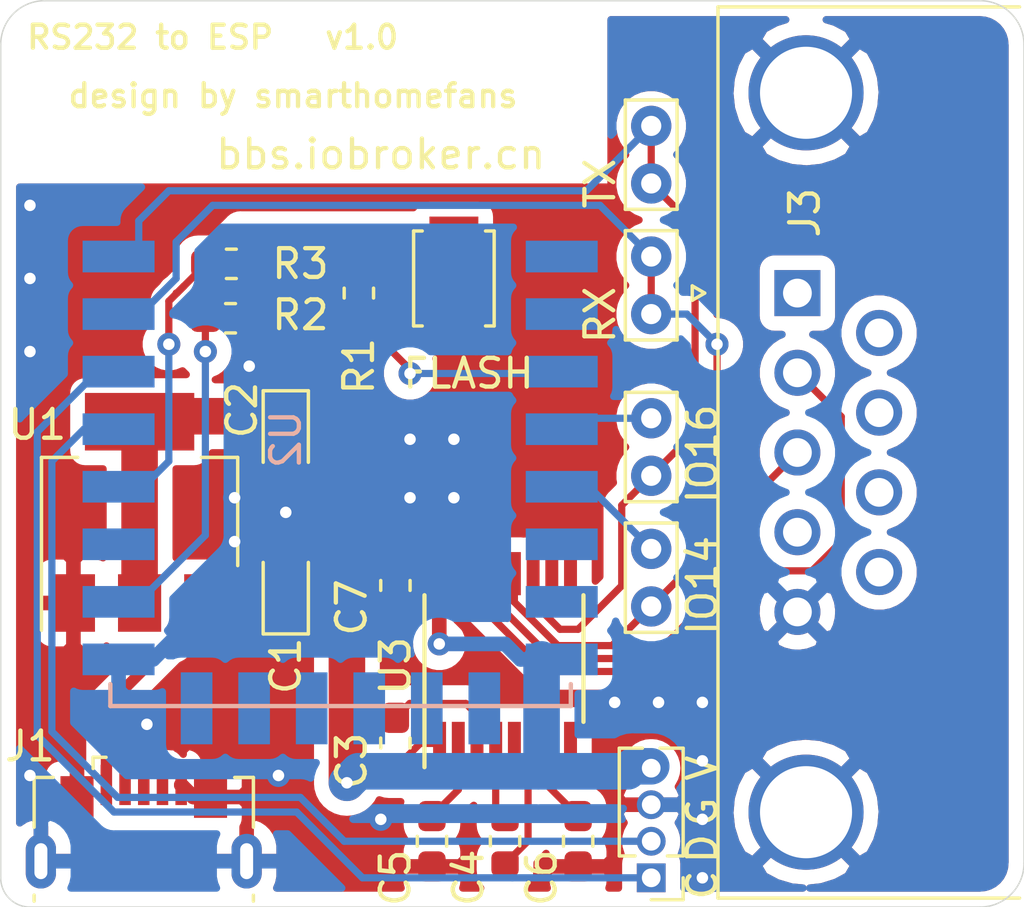
<source format=kicad_pcb>
(kicad_pcb (version 20171130) (host pcbnew "(5.1.4-0-10_14)")

  (general
    (thickness 1.6)
    (drawings 20)
    (tracks 179)
    (zones 0)
    (modules 21)
    (nets 43)
  )

  (page A4)
  (layers
    (0 F.Cu signal hide)
    (31 B.Cu signal hide)
    (32 B.Adhes user)
    (33 F.Adhes user hide)
    (34 B.Paste user)
    (35 F.Paste user hide)
    (36 B.SilkS user)
    (37 F.SilkS user)
    (38 B.Mask user)
    (39 F.Mask user hide)
    (40 Dwgs.User user)
    (41 Cmts.User user)
    (42 Eco1.User user hide)
    (43 Eco2.User user hide)
    (44 Edge.Cuts user)
    (45 Margin user hide)
    (46 B.CrtYd user)
    (47 F.CrtYd user hide)
    (48 B.Fab user hide)
    (49 F.Fab user hide)
  )

  (setup
    (last_trace_width 0.25)
    (user_trace_width 0.381)
    (user_trace_width 0.508)
    (user_trace_width 1.27)
    (trace_clearance 0.2)
    (zone_clearance 0.508)
    (zone_45_only yes)
    (trace_min 0.2)
    (via_size 0.8)
    (via_drill 0.4)
    (via_min_size 0.4)
    (via_min_drill 0.3)
    (uvia_size 0.3)
    (uvia_drill 0.1)
    (uvias_allowed no)
    (uvia_min_size 0.2)
    (uvia_min_drill 0.1)
    (edge_width 0.05)
    (segment_width 0.2)
    (pcb_text_width 0.3)
    (pcb_text_size 1.5 1.5)
    (mod_edge_width 0.12)
    (mod_text_size 1 1)
    (mod_text_width 0.15)
    (pad_size 1.524 1.524)
    (pad_drill 0.762)
    (pad_to_mask_clearance 0.051)
    (solder_mask_min_width 0.25)
    (aux_axis_origin 0 0)
    (visible_elements FFFFFF7F)
    (pcbplotparams
      (layerselection 0x010fc_ffffffff)
      (usegerberextensions true)
      (usegerberattributes false)
      (usegerberadvancedattributes false)
      (creategerberjobfile false)
      (excludeedgelayer true)
      (linewidth 0.100000)
      (plotframeref false)
      (viasonmask false)
      (mode 1)
      (useauxorigin false)
      (hpglpennumber 1)
      (hpglpenspeed 20)
      (hpglpendiameter 15.000000)
      (psnegative false)
      (psa4output false)
      (plotreference true)
      (plotvalue true)
      (plotinvisibletext false)
      (padsonsilk false)
      (subtractmaskfromsilk true)
      (outputformat 1)
      (mirror false)
      (drillshape 0)
      (scaleselection 1)
      (outputdirectory ""))
  )

  (net 0 "")
  (net 1 +3V3)
  (net 2 "Net-(C1-Pad1)")
  (net 3 GND)
  (net 4 "Net-(C3-Pad1)")
  (net 5 "Net-(C3-Pad2)")
  (net 6 "Net-(C4-Pad1)")
  (net 7 "Net-(C4-Pad2)")
  (net 8 "Net-(C5-Pad2)")
  (net 9 "Net-(C6-Pad2)")
  (net 10 "Net-(J1-Pad2)")
  (net 11 "Net-(J1-Pad4)")
  (net 12 "Net-(J1-Pad3)")
  (net 13 "Net-(J2-Pad1)")
  (net 14 "Net-(J2-Pad2)")
  (net 15 "Net-(J3-Pad1)")
  (net 16 "Net-(J3-Pad2)")
  (net 17 "Net-(J3-Pad3)")
  (net 18 "Net-(J3-Pad4)")
  (net 19 "Net-(J3-Pad6)")
  (net 20 "Net-(J3-Pad7)")
  (net 21 "Net-(J3-Pad8)")
  (net 22 "Net-(J3-Pad9)")
  (net 23 "Net-(R1-Pad2)")
  (net 24 "Net-(R2-Pad1)")
  (net 25 "Net-(R3-Pad2)")
  (net 26 /RXOUT)
  (net 27 /TXIN)
  (net 28 "Net-(U2-Pad1)")
  (net 29 "Net-(U2-Pad2)")
  (net 30 "Net-(U2-Pad6)")
  (net 31 "Net-(U2-Pad7)")
  (net 32 "Net-(U2-Pad11)")
  (net 33 "Net-(U2-Pad17)")
  (net 34 "Net-(U2-Pad18)")
  (net 35 "Net-(U2-Pad19)")
  (net 36 "Net-(U2-Pad20)")
  (net 37 "Net-(U2-Pad21)")
  (net 38 "Net-(U2-Pad22)")
  (net 39 "Net-(U3-Pad7)")
  (net 40 "Net-(U3-Pad8)")
  (net 41 "Net-(U3-Pad9)")
  (net 42 "Net-(U3-Pad10)")

  (net_class Default "This is the default net class."
    (clearance 0.2)
    (trace_width 0.25)
    (via_dia 0.8)
    (via_drill 0.4)
    (uvia_dia 0.3)
    (uvia_drill 0.1)
    (add_net +3V3)
    (add_net /RXOUT)
    (add_net /TXIN)
    (add_net GND)
    (add_net "Net-(C1-Pad1)")
    (add_net "Net-(C3-Pad1)")
    (add_net "Net-(C3-Pad2)")
    (add_net "Net-(C4-Pad1)")
    (add_net "Net-(C4-Pad2)")
    (add_net "Net-(C5-Pad2)")
    (add_net "Net-(C6-Pad2)")
    (add_net "Net-(J1-Pad2)")
    (add_net "Net-(J1-Pad3)")
    (add_net "Net-(J1-Pad4)")
    (add_net "Net-(J2-Pad1)")
    (add_net "Net-(J2-Pad2)")
    (add_net "Net-(J3-Pad1)")
    (add_net "Net-(J3-Pad2)")
    (add_net "Net-(J3-Pad3)")
    (add_net "Net-(J3-Pad4)")
    (add_net "Net-(J3-Pad6)")
    (add_net "Net-(J3-Pad7)")
    (add_net "Net-(J3-Pad8)")
    (add_net "Net-(J3-Pad9)")
    (add_net "Net-(R1-Pad2)")
    (add_net "Net-(R2-Pad1)")
    (add_net "Net-(R3-Pad2)")
    (add_net "Net-(U2-Pad1)")
    (add_net "Net-(U2-Pad11)")
    (add_net "Net-(U2-Pad17)")
    (add_net "Net-(U2-Pad18)")
    (add_net "Net-(U2-Pad19)")
    (add_net "Net-(U2-Pad2)")
    (add_net "Net-(U2-Pad20)")
    (add_net "Net-(U2-Pad21)")
    (add_net "Net-(U2-Pad22)")
    (add_net "Net-(U2-Pad6)")
    (add_net "Net-(U2-Pad7)")
    (add_net "Net-(U3-Pad10)")
    (add_net "Net-(U3-Pad7)")
    (add_net "Net-(U3-Pad8)")
    (add_net "Net-(U3-Pad9)")
  )

  (module ESP8266:ESP-12E_SMD (layer B.Cu) (tedit 58FB7FFE) (tstamp 5D7B9893)
    (at 190.5 87.63 180)
    (descr "Module, ESP-8266, ESP-12, 16 pad, SMD")
    (tags "Module ESP-8266 ESP8266")
    (path /5D7A6D8E)
    (fp_text reference U2 (at 8.89 -6.35 270) (layer B.SilkS)
      (effects (font (size 1 1) (thickness 0.15)) (justify mirror))
    )
    (fp_text value ESP-12F (at 5.08 -6.35 270) (layer B.Fab) hide
      (effects (font (size 1 1) (thickness 0.15)) (justify mirror))
    )
    (fp_line (start -2.25 0.5) (end -2.25 8.75) (layer B.CrtYd) (width 0.05))
    (fp_line (start -2.25 8.75) (end 15.25 8.75) (layer B.CrtYd) (width 0.05))
    (fp_line (start 15.25 8.75) (end 16.25 8.75) (layer B.CrtYd) (width 0.05))
    (fp_line (start 16.25 8.75) (end 16.25 -16) (layer B.CrtYd) (width 0.05))
    (fp_line (start 16.25 -16) (end -2.25 -16) (layer B.CrtYd) (width 0.05))
    (fp_line (start -2.25 -16) (end -2.25 0.5) (layer B.CrtYd) (width 0.05))
    (fp_line (start -1.016 8.382) (end 14.986 8.382) (layer B.CrtYd) (width 0.1524))
    (fp_line (start 14.986 8.382) (end 14.986 0.889) (layer B.CrtYd) (width 0.1524))
    (fp_line (start -1.016 8.382) (end -1.016 1.016) (layer B.CrtYd) (width 0.1524))
    (fp_line (start -1.016 -14.859) (end -1.016 -15.621) (layer B.SilkS) (width 0.1524))
    (fp_line (start -1.016 -15.621) (end 14.986 -15.621) (layer B.SilkS) (width 0.1524))
    (fp_line (start 14.986 -15.621) (end 14.986 -14.859) (layer B.SilkS) (width 0.1524))
    (fp_line (start 14.992 8.4) (end -1.008 2.6) (layer B.CrtYd) (width 0.1524))
    (fp_line (start -1.008 8.4) (end 14.992 2.6) (layer B.CrtYd) (width 0.1524))
    (fp_text user "No Copper" (at 6.892 5.4) (layer B.CrtYd)
      (effects (font (size 1 1) (thickness 0.15)) (justify mirror))
    )
    (fp_line (start -1.008 2.6) (end 14.992 2.6) (layer B.CrtYd) (width 0.1524))
    (fp_line (start 15 8.4) (end 15 -15.6) (layer B.Fab) (width 0.05))
    (fp_line (start 14.992 -15.6) (end -1.008 -15.6) (layer B.Fab) (width 0.05))
    (fp_line (start -1.008 -15.6) (end -1.008 8.4) (layer B.Fab) (width 0.05))
    (fp_line (start -1.008 8.4) (end 14.992 8.4) (layer B.Fab) (width 0.05))
    (pad 1 smd rect (at 0 0 180) (size 2.5 1.1) (drill (offset -0.7 0)) (layers B.Cu B.Paste B.Mask)
      (net 28 "Net-(U2-Pad1)"))
    (pad 2 smd rect (at 0 -2 180) (size 2.5 1.1) (drill (offset -0.7 0)) (layers B.Cu B.Paste B.Mask)
      (net 29 "Net-(U2-Pad2)"))
    (pad 3 smd rect (at 0 -4 180) (size 2.5 1.1) (drill (offset -0.7 0)) (layers B.Cu B.Paste B.Mask)
      (net 23 "Net-(R1-Pad2)"))
    (pad 4 smd rect (at 0 -6 180) (size 2.5 1.1) (drill (offset -0.7 0)) (layers B.Cu B.Paste B.Mask)
      (net 27 /TXIN))
    (pad 5 smd rect (at 0 -8 180) (size 2.5 1.1) (drill (offset -0.7 0)) (layers B.Cu B.Paste B.Mask)
      (net 26 /RXOUT))
    (pad 6 smd rect (at 0 -10 180) (size 2.5 1.1) (drill (offset -0.7 0)) (layers B.Cu B.Paste B.Mask)
      (net 30 "Net-(U2-Pad6)"))
    (pad 7 smd rect (at 0 -12 180) (size 2.5 1.1) (drill (offset -0.7 0)) (layers B.Cu B.Paste B.Mask)
      (net 31 "Net-(U2-Pad7)"))
    (pad 8 smd rect (at 0 -14 180) (size 2.5 1.1) (drill (offset -0.7 0)) (layers B.Cu B.Paste B.Mask)
      (net 1 +3V3))
    (pad 9 smd rect (at 14 -14 180) (size 2.5 1.1) (drill (offset 0.7 0)) (layers B.Cu B.Paste B.Mask)
      (net 3 GND))
    (pad 10 smd rect (at 14 -12 180) (size 2.5 1.1) (drill (offset 0.7 0)) (layers B.Cu B.Paste B.Mask)
      (net 24 "Net-(R2-Pad1)"))
    (pad 11 smd rect (at 14 -10 180) (size 2.5 1.1) (drill (offset 0.7 0)) (layers B.Cu B.Paste B.Mask)
      (net 32 "Net-(U2-Pad11)"))
    (pad 12 smd rect (at 14 -8 180) (size 2.5 1.1) (drill (offset 0.7 0)) (layers B.Cu B.Paste B.Mask)
      (net 25 "Net-(R3-Pad2)"))
    (pad 13 smd rect (at 14 -6 180) (size 2.5 1.1) (drill (offset 0.7 0)) (layers B.Cu B.Paste B.Mask)
      (net 14 "Net-(J2-Pad2)"))
    (pad 14 smd rect (at 14 -4 180) (size 2.5 1.1) (drill (offset 0.7 0)) (layers B.Cu B.Paste B.Mask)
      (net 13 "Net-(J2-Pad1)"))
    (pad 15 smd rect (at 14 -2 180) (size 2.5 1.1) (drill (offset 0.7 0)) (layers B.Cu B.Paste B.Mask)
      (net 26 /RXOUT))
    (pad 16 smd rect (at 14 0 180) (size 2.5 1.1) (drill (offset 0.7 0)) (layers B.Cu B.Paste B.Mask)
      (net 27 /TXIN))
    (pad 17 smd rect (at 1.99 -15 90) (size 2.5 1.1) (drill (offset -0.7 0)) (layers B.Cu B.Paste B.Mask)
      (net 33 "Net-(U2-Pad17)"))
    (pad 18 smd rect (at 3.99 -15 90) (size 2.5 1.1) (drill (offset -0.7 0)) (layers B.Cu B.Paste B.Mask)
      (net 34 "Net-(U2-Pad18)"))
    (pad 19 smd rect (at 5.99 -15 90) (size 2.5 1.1) (drill (offset -0.7 0)) (layers B.Cu B.Paste B.Mask)
      (net 35 "Net-(U2-Pad19)"))
    (pad 20 smd rect (at 7.99 -15 90) (size 2.5 1.1) (drill (offset -0.7 0)) (layers B.Cu B.Paste B.Mask)
      (net 36 "Net-(U2-Pad20)"))
    (pad 21 smd rect (at 9.99 -15 90) (size 2.5 1.1) (drill (offset -0.7 0)) (layers B.Cu B.Paste B.Mask)
      (net 37 "Net-(U2-Pad21)"))
    (pad 22 smd rect (at 11.99 -15 90) (size 2.5 1.1) (drill (offset -0.7 0)) (layers B.Cu B.Paste B.Mask)
      (net 38 "Net-(U2-Pad22)"))
    (model ${ESPLIB}/ESP8266.3dshapes/ESP-12.wrl
      (at (xyz 0 0 0))
      (scale (xyz 0.3937 0.3937 0.3937))
      (rotate (xyz 0 0 0))
    )
  )

  (module Connector_USB:USB_Micro-B_GCT_USB3076-30-A (layer F.Cu) (tedit 5A170D03) (tstamp 5D7BC3F4)
    (at 176.675 107.442)
    (descr "GCT Micro USB https://gct.co/files/drawings/usb3076.pdf")
    (tags "Micro-USB SMD Typ-B GCT")
    (path /5D7B4F53)
    (attr smd)
    (fp_text reference J1 (at -3.955 -2.794) (layer F.SilkS)
      (effects (font (size 1 1) (thickness 0.15)))
    )
    (fp_text value USB_B_Micro (at 0 5.2) (layer F.Fab)
      (effects (font (size 1 1) (thickness 0.15)))
    )
    (fp_line (start -4.6 4.45) (end 4.6 4.45) (layer F.CrtYd) (width 0.05))
    (fp_line (start 4.6 -2.65) (end 4.6 4.45) (layer F.CrtYd) (width 0.05))
    (fp_line (start -4.6 -2.65) (end 4.6 -2.65) (layer F.CrtYd) (width 0.05))
    (fp_line (start -4.6 4.45) (end -4.6 -2.65) (layer F.CrtYd) (width 0.05))
    (fp_text user "PCB Edge" (at 0 2.65) (layer Dwgs.User)
      (effects (font (size 0.5 0.5) (thickness 0.08)))
    )
    (fp_line (start -3.81 -1.71) (end -3.15 -1.71) (layer F.SilkS) (width 0.12))
    (fp_line (start -3.81 0.02) (end -3.81 -1.71) (layer F.SilkS) (width 0.12))
    (fp_line (start 3.81 2.59) (end 3.81 2.38) (layer F.SilkS) (width 0.12))
    (fp_line (start 3.7 3.95) (end 3.7 -1.6) (layer F.Fab) (width 0.1))
    (fp_line (start -3 2.65) (end 3 2.65) (layer F.Fab) (width 0.1))
    (fp_line (start -3.7 3.95) (end 3.7 3.95) (layer F.Fab) (width 0.1))
    (fp_line (start -3.7 -1.6) (end 3.7 -1.6) (layer F.Fab) (width 0.1))
    (fp_line (start -3.7 3.95) (end -3.7 -1.6) (layer F.Fab) (width 0.1))
    (fp_line (start -3.81 2.59) (end -3.81 2.38) (layer F.SilkS) (width 0.12))
    (fp_line (start 3.81 0.02) (end 3.81 -1.71) (layer F.SilkS) (width 0.12))
    (fp_line (start 3.81 -1.71) (end 3.16 -1.71) (layer F.SilkS) (width 0.12))
    (fp_text user %R (at 0 0.85) (layer F.Fab)
      (effects (font (size 1 1) (thickness 0.15)))
    )
    (fp_line (start -1.76 -2.41) (end -1.31 -2.41) (layer F.SilkS) (width 0.12))
    (fp_line (start -1.76 -2.41) (end -1.76 -2.02) (layer F.SilkS) (width 0.12))
    (fp_line (start -1.3 -1.75) (end -1.5 -1.95) (layer F.Fab) (width 0.1))
    (fp_line (start -1.1 -1.95) (end -1.3 -1.75) (layer F.Fab) (width 0.1))
    (fp_line (start -1.5 -2.16) (end -1.1 -2.16) (layer F.Fab) (width 0.1))
    (fp_line (start -1.5 -2.16) (end -1.5 -1.95) (layer F.Fab) (width 0.1))
    (fp_line (start -1.1 -2.16) (end -1.1 -1.95) (layer F.Fab) (width 0.1))
    (pad 6 smd rect (at 1.125 1.2) (size 1.75 1.9) (layers F.Cu F.Paste F.Mask)
      (net 3 GND))
    (pad 2 smd rect (at -0.65 -1.45) (size 0.4 1.4) (layers F.Cu F.Paste F.Mask)
      (net 10 "Net-(J1-Pad2)"))
    (pad 1 smd rect (at -1.3 -1.45) (size 0.4 1.4) (layers F.Cu F.Paste F.Mask)
      (net 2 "Net-(C1-Pad1)"))
    (pad 5 smd rect (at 1.3 -1.45) (size 0.4 1.4) (layers F.Cu F.Paste F.Mask)
      (net 3 GND))
    (pad 4 smd rect (at 0.65 -1.45) (size 0.4 1.4) (layers F.Cu F.Paste F.Mask)
      (net 11 "Net-(J1-Pad4)"))
    (pad 3 smd rect (at 0 -1.45) (size 0.4 1.4) (layers F.Cu F.Paste F.Mask)
      (net 12 "Net-(J1-Pad3)"))
    (pad 6 smd rect (at -1.125 1.2) (size 1.75 1.9) (layers F.Cu F.Paste F.Mask)
      (net 3 GND))
    (pad 6 thru_hole oval (at -3.575 1.2 180) (size 1.05 1.9) (drill oval 0.45 1.25) (layers *.Cu *.Mask)
      (net 3 GND))
    (pad 6 thru_hole oval (at 3.575 1.2) (size 1.05 1.9) (drill oval 0.45 1.25) (layers *.Cu *.Mask)
      (net 3 GND))
    (pad 6 smd rect (at 2.32 -1.03) (size 1.15 1.45) (layers F.Cu F.Paste F.Mask)
      (net 3 GND))
    (pad 6 smd rect (at -2.32 -1.03) (size 1.15 1.45) (layers F.Cu F.Paste F.Mask)
      (net 3 GND))
    (model ${KISYS3DMOD}/Connector_USB.3dshapes/USB_Micro-B_GCT_USB3076-30-A.wrl
      (at (xyz 0 0 0))
      (scale (xyz 1 1 1))
      (rotate (xyz 0 0 0))
    )
  )

  (module Connector_Dsub:DSUB-9_Female_Horizontal_P2.77x2.84mm_EdgePinOffset4.94mm_Housed_MountingHolesOffset7.48mm (layer F.Cu) (tedit 59FEDEE2) (tstamp 5D7B97DC)
    (at 199.39 88.9 90)
    (descr "9-pin D-Sub connector, horizontal/angled (90 deg), THT-mount, female, pitch 2.77x2.84mm, pin-PCB-offset 4.9399999999999995mm, distance of mounting holes 25mm, distance of mounting holes to PCB edge 7.4799999999999995mm, see https://disti-assets.s3.amazonaws.com/tonar/files/datasheets/16730.pdf")
    (tags "9-pin D-Sub connector horizontal angled 90deg THT female pitch 2.77x2.84mm pin-PCB-offset 4.9399999999999995mm mounting-holes-distance 25mm mounting-hole-offset 25mm")
    (path /5D7AD6AF)
    (fp_text reference J3 (at 2.794 0.254 90) (layer F.SilkS)
      (effects (font (size 1 1) (thickness 0.15)))
    )
    (fp_text value DB9_Female_MountingHoles (at -5.54 15.85 90) (layer F.Fab)
      (effects (font (size 1 1) (thickness 0.15)))
    )
    (fp_arc (start -18.04 0.3) (end -19.64 0.3) (angle 180) (layer F.Fab) (width 0.1))
    (fp_arc (start 6.96 0.3) (end 5.36 0.3) (angle 180) (layer F.Fab) (width 0.1))
    (fp_line (start -20.965 -2.7) (end -20.965 7.78) (layer F.Fab) (width 0.1))
    (fp_line (start -20.965 7.78) (end 9.885 7.78) (layer F.Fab) (width 0.1))
    (fp_line (start 9.885 7.78) (end 9.885 -2.7) (layer F.Fab) (width 0.1))
    (fp_line (start 9.885 -2.7) (end -20.965 -2.7) (layer F.Fab) (width 0.1))
    (fp_line (start -20.965 7.78) (end -20.965 8.18) (layer F.Fab) (width 0.1))
    (fp_line (start -20.965 8.18) (end 9.885 8.18) (layer F.Fab) (width 0.1))
    (fp_line (start 9.885 8.18) (end 9.885 7.78) (layer F.Fab) (width 0.1))
    (fp_line (start 9.885 7.78) (end -20.965 7.78) (layer F.Fab) (width 0.1))
    (fp_line (start -13.69 8.18) (end -13.69 14.35) (layer F.Fab) (width 0.1))
    (fp_line (start -13.69 14.35) (end 2.61 14.35) (layer F.Fab) (width 0.1))
    (fp_line (start 2.61 14.35) (end 2.61 8.18) (layer F.Fab) (width 0.1))
    (fp_line (start 2.61 8.18) (end -13.69 8.18) (layer F.Fab) (width 0.1))
    (fp_line (start -20.54 8.18) (end -20.54 13.18) (layer F.Fab) (width 0.1))
    (fp_line (start -20.54 13.18) (end -15.54 13.18) (layer F.Fab) (width 0.1))
    (fp_line (start -15.54 13.18) (end -15.54 8.18) (layer F.Fab) (width 0.1))
    (fp_line (start -15.54 8.18) (end -20.54 8.18) (layer F.Fab) (width 0.1))
    (fp_line (start 4.46 8.18) (end 4.46 13.18) (layer F.Fab) (width 0.1))
    (fp_line (start 4.46 13.18) (end 9.46 13.18) (layer F.Fab) (width 0.1))
    (fp_line (start 9.46 13.18) (end 9.46 8.18) (layer F.Fab) (width 0.1))
    (fp_line (start 9.46 8.18) (end 4.46 8.18) (layer F.Fab) (width 0.1))
    (fp_line (start -19.64 7.78) (end -19.64 0.3) (layer F.Fab) (width 0.1))
    (fp_line (start -16.44 7.78) (end -16.44 0.3) (layer F.Fab) (width 0.1))
    (fp_line (start 5.36 7.78) (end 5.36 0.3) (layer F.Fab) (width 0.1))
    (fp_line (start 8.56 7.78) (end 8.56 0.3) (layer F.Fab) (width 0.1))
    (fp_line (start -21.025 7.72) (end -21.025 -2.76) (layer F.SilkS) (width 0.12))
    (fp_line (start -21.025 -2.76) (end 9.945 -2.76) (layer F.SilkS) (width 0.12))
    (fp_line (start 9.945 -2.76) (end 9.945 7.72) (layer F.SilkS) (width 0.12))
    (fp_line (start -0.25 -3.654338) (end 0.25 -3.654338) (layer F.SilkS) (width 0.12))
    (fp_line (start 0.25 -3.654338) (end 0 -3.221325) (layer F.SilkS) (width 0.12))
    (fp_line (start 0 -3.221325) (end -0.25 -3.654338) (layer F.SilkS) (width 0.12))
    (fp_line (start -21.5 -3.25) (end -21.5 14.85) (layer F.CrtYd) (width 0.05))
    (fp_line (start -21.5 14.85) (end 10.4 14.85) (layer F.CrtYd) (width 0.05))
    (fp_line (start 10.4 14.85) (end 10.4 -3.25) (layer F.CrtYd) (width 0.05))
    (fp_line (start 10.4 -3.25) (end -21.5 -3.25) (layer F.CrtYd) (width 0.05))
    (fp_text user %R (at -5.54 11.265 90) (layer F.Fab)
      (effects (font (size 1 1) (thickness 0.15)))
    )
    (pad 1 thru_hole rect (at 0 0 90) (size 1.6 1.6) (drill 1) (layers *.Cu *.Mask)
      (net 15 "Net-(J3-Pad1)"))
    (pad 2 thru_hole circle (at -2.77 0 90) (size 1.6 1.6) (drill 1) (layers *.Cu *.Mask)
      (net 16 "Net-(J3-Pad2)"))
    (pad 3 thru_hole circle (at -5.54 0 90) (size 1.6 1.6) (drill 1) (layers *.Cu *.Mask)
      (net 17 "Net-(J3-Pad3)"))
    (pad 4 thru_hole circle (at -8.31 0 90) (size 1.6 1.6) (drill 1) (layers *.Cu *.Mask)
      (net 18 "Net-(J3-Pad4)"))
    (pad 5 thru_hole circle (at -11.08 0 90) (size 1.6 1.6) (drill 1) (layers *.Cu *.Mask)
      (net 3 GND))
    (pad 6 thru_hole circle (at -1.385 2.84 90) (size 1.6 1.6) (drill 1) (layers *.Cu *.Mask)
      (net 19 "Net-(J3-Pad6)"))
    (pad 7 thru_hole circle (at -4.155 2.84 90) (size 1.6 1.6) (drill 1) (layers *.Cu *.Mask)
      (net 20 "Net-(J3-Pad7)"))
    (pad 8 thru_hole circle (at -6.925 2.84 90) (size 1.6 1.6) (drill 1) (layers *.Cu *.Mask)
      (net 21 "Net-(J3-Pad8)"))
    (pad 9 thru_hole circle (at -9.695 2.84 90) (size 1.6 1.6) (drill 1) (layers *.Cu *.Mask)
      (net 22 "Net-(J3-Pad9)"))
    (pad 0 thru_hole circle (at -18.04 0.3 90) (size 4 4) (drill 3.2) (layers *.Cu *.Mask)
      (net 3 GND))
    (pad 0 thru_hole circle (at 6.96 0.3 90) (size 4 4) (drill 3.2) (layers *.Cu *.Mask)
      (net 3 GND))
    (model ${KISYS3DMOD}/Connector_Dsub.3dshapes/DSUB-9_Female_Horizontal_P2.77x2.84mm_EdgePinOffset4.94mm_Housed_MountingHolesOffset7.48mm.wrl
      (at (xyz 0 0 0))
      (scale (xyz 1 1 1))
      (rotate (xyz 0 0 0))
    )
  )

  (module Package_TO_SOT_SMD:SOT-223-3_TabPin2 (layer F.Cu) (tedit 5A02FF57) (tstamp 5D7BA378)
    (at 176.53 96.52 90)
    (descr "module CMS SOT223 4 pins")
    (tags "CMS SOT")
    (path /5D7B1998)
    (attr smd)
    (fp_text reference U1 (at 3.048 -3.556 180) (layer F.SilkS)
      (effects (font (size 1 1) (thickness 0.15)))
    )
    (fp_text value AMS1117-3.3 (at 0 4.5 90) (layer F.Fab)
      (effects (font (size 1 1) (thickness 0.15)))
    )
    (fp_text user %R (at 0 0) (layer F.Fab)
      (effects (font (size 0.8 0.8) (thickness 0.12)))
    )
    (fp_line (start 1.91 3.41) (end 1.91 2.15) (layer F.SilkS) (width 0.12))
    (fp_line (start 1.91 -3.41) (end 1.91 -2.15) (layer F.SilkS) (width 0.12))
    (fp_line (start 4.4 -3.6) (end -4.4 -3.6) (layer F.CrtYd) (width 0.05))
    (fp_line (start 4.4 3.6) (end 4.4 -3.6) (layer F.CrtYd) (width 0.05))
    (fp_line (start -4.4 3.6) (end 4.4 3.6) (layer F.CrtYd) (width 0.05))
    (fp_line (start -4.4 -3.6) (end -4.4 3.6) (layer F.CrtYd) (width 0.05))
    (fp_line (start -1.85 -2.35) (end -0.85 -3.35) (layer F.Fab) (width 0.1))
    (fp_line (start -1.85 -2.35) (end -1.85 3.35) (layer F.Fab) (width 0.1))
    (fp_line (start -1.85 3.41) (end 1.91 3.41) (layer F.SilkS) (width 0.12))
    (fp_line (start -0.85 -3.35) (end 1.85 -3.35) (layer F.Fab) (width 0.1))
    (fp_line (start -4.1 -3.41) (end 1.91 -3.41) (layer F.SilkS) (width 0.12))
    (fp_line (start -1.85 3.35) (end 1.85 3.35) (layer F.Fab) (width 0.1))
    (fp_line (start 1.85 -3.35) (end 1.85 3.35) (layer F.Fab) (width 0.1))
    (pad 2 smd rect (at 3.15 0 90) (size 2 3.8) (layers F.Cu F.Paste F.Mask)
      (net 1 +3V3))
    (pad 2 smd rect (at -3.15 0 90) (size 2 1.5) (layers F.Cu F.Paste F.Mask)
      (net 1 +3V3))
    (pad 3 smd rect (at -3.15 2.3 90) (size 2 1.5) (layers F.Cu F.Paste F.Mask)
      (net 2 "Net-(C1-Pad1)"))
    (pad 1 smd rect (at -3.15 -2.3 90) (size 2 1.5) (layers F.Cu F.Paste F.Mask)
      (net 3 GND))
    (model ${KISYS3DMOD}/Package_TO_SOT_SMD.3dshapes/SOT-223.wrl
      (at (xyz 0 0 0))
      (scale (xyz 1 1 1))
      (rotate (xyz 0 0 0))
    )
  )

  (module Capacitor_Tantalum_SMD:CP_EIA-1608-08_AVX-J_Pad1.25x1.05mm_HandSolder (layer F.Cu) (tedit 5B301BBE) (tstamp 5D7B96FF)
    (at 181.61 99.06 90)
    (descr "Tantalum Capacitor SMD AVX-J (1608-08 Metric), IPC_7351 nominal, (Body size from: https://www.vishay.com/docs/48064/_t58_vmn_pt0471_1601.pdf), generated with kicad-footprint-generator")
    (tags "capacitor tantalum")
    (path /5D81A13A)
    (attr smd)
    (fp_text reference C1 (at -2.794 0 90) (layer F.SilkS)
      (effects (font (size 1 1) (thickness 0.15)))
    )
    (fp_text value 10uF (at 0 1.48 90) (layer F.Fab)
      (effects (font (size 1 1) (thickness 0.15)))
    )
    (fp_text user %R (at 0 0 90) (layer F.Fab)
      (effects (font (size 0.4 0.4) (thickness 0.06)))
    )
    (fp_line (start 1.68 0.78) (end -1.68 0.78) (layer F.CrtYd) (width 0.05))
    (fp_line (start 1.68 -0.78) (end 1.68 0.78) (layer F.CrtYd) (width 0.05))
    (fp_line (start -1.68 -0.78) (end 1.68 -0.78) (layer F.CrtYd) (width 0.05))
    (fp_line (start -1.68 0.78) (end -1.68 -0.78) (layer F.CrtYd) (width 0.05))
    (fp_line (start -1.685 0.785) (end 0.8 0.785) (layer F.SilkS) (width 0.12))
    (fp_line (start -1.685 -0.785) (end -1.685 0.785) (layer F.SilkS) (width 0.12))
    (fp_line (start 0.8 -0.785) (end -1.685 -0.785) (layer F.SilkS) (width 0.12))
    (fp_line (start 0.8 0.425) (end 0.8 -0.425) (layer F.Fab) (width 0.1))
    (fp_line (start -0.8 0.425) (end 0.8 0.425) (layer F.Fab) (width 0.1))
    (fp_line (start -0.8 -0.125) (end -0.8 0.425) (layer F.Fab) (width 0.1))
    (fp_line (start -0.5 -0.425) (end -0.8 -0.125) (layer F.Fab) (width 0.1))
    (fp_line (start 0.8 -0.425) (end -0.5 -0.425) (layer F.Fab) (width 0.1))
    (pad 2 smd roundrect (at 0.8 0 90) (size 1.25 1.05) (layers F.Cu F.Paste F.Mask) (roundrect_rratio 0.238095)
      (net 3 GND))
    (pad 1 smd roundrect (at -0.8 0 90) (size 1.25 1.05) (layers F.Cu F.Paste F.Mask) (roundrect_rratio 0.238095)
      (net 2 "Net-(C1-Pad1)"))
    (model ${KISYS3DMOD}/Capacitor_Tantalum_SMD.3dshapes/CP_EIA-1608-08_AVX-J.wrl
      (at (xyz 0 0 0))
      (scale (xyz 1 1 1))
      (rotate (xyz 0 0 0))
    )
  )

  (module Capacitor_Tantalum_SMD:CP_EIA-1608-08_AVX-J_Pad1.25x1.05mm_HandSolder (layer F.Cu) (tedit 5B301BBE) (tstamp 5D7B9712)
    (at 181.61 93.98 270)
    (descr "Tantalum Capacitor SMD AVX-J (1608-08 Metric), IPC_7351 nominal, (Body size from: https://www.vishay.com/docs/48064/_t58_vmn_pt0471_1601.pdf), generated with kicad-footprint-generator")
    (tags "capacitor tantalum")
    (path /5D7C3AB5)
    (attr smd)
    (fp_text reference C2 (at -1.016 1.524 90) (layer F.SilkS)
      (effects (font (size 1 1) (thickness 0.15)))
    )
    (fp_text value 10uF (at 0 1.48 90) (layer F.Fab)
      (effects (font (size 1 1) (thickness 0.15)))
    )
    (fp_line (start 0.8 -0.425) (end -0.5 -0.425) (layer F.Fab) (width 0.1))
    (fp_line (start -0.5 -0.425) (end -0.8 -0.125) (layer F.Fab) (width 0.1))
    (fp_line (start -0.8 -0.125) (end -0.8 0.425) (layer F.Fab) (width 0.1))
    (fp_line (start -0.8 0.425) (end 0.8 0.425) (layer F.Fab) (width 0.1))
    (fp_line (start 0.8 0.425) (end 0.8 -0.425) (layer F.Fab) (width 0.1))
    (fp_line (start 0.8 -0.785) (end -1.685 -0.785) (layer F.SilkS) (width 0.12))
    (fp_line (start -1.685 -0.785) (end -1.685 0.785) (layer F.SilkS) (width 0.12))
    (fp_line (start -1.685 0.785) (end 0.8 0.785) (layer F.SilkS) (width 0.12))
    (fp_line (start -1.68 0.78) (end -1.68 -0.78) (layer F.CrtYd) (width 0.05))
    (fp_line (start -1.68 -0.78) (end 1.68 -0.78) (layer F.CrtYd) (width 0.05))
    (fp_line (start 1.68 -0.78) (end 1.68 0.78) (layer F.CrtYd) (width 0.05))
    (fp_line (start 1.68 0.78) (end -1.68 0.78) (layer F.CrtYd) (width 0.05))
    (fp_text user %R (at 0 0 90) (layer F.Fab)
      (effects (font (size 0.4 0.4) (thickness 0.06)))
    )
    (pad 1 smd roundrect (at -0.8 0 270) (size 1.25 1.05) (layers F.Cu F.Paste F.Mask) (roundrect_rratio 0.238095)
      (net 1 +3V3))
    (pad 2 smd roundrect (at 0.8 0 270) (size 1.25 1.05) (layers F.Cu F.Paste F.Mask) (roundrect_rratio 0.238095)
      (net 3 GND))
    (model ${KISYS3DMOD}/Capacitor_Tantalum_SMD.3dshapes/CP_EIA-1608-08_AVX-J.wrl
      (at (xyz 0 0 0))
      (scale (xyz 1 1 1))
      (rotate (xyz 0 0 0))
    )
  )

  (module Capacitor_SMD:C_0603_1608Metric_Pad1.05x0.95mm_HandSolder (layer F.Cu) (tedit 5B301BBE) (tstamp 5D7BBF40)
    (at 185.42 104.535 90)
    (descr "Capacitor SMD 0603 (1608 Metric), square (rectangular) end terminal, IPC_7351 nominal with elongated pad for handsoldering. (Body size source: http://www.tortai-tech.com/upload/download/2011102023233369053.pdf), generated with kicad-footprint-generator")
    (tags "capacitor handsolder")
    (path /5D7B7BFC)
    (attr smd)
    (fp_text reference C3 (at -0.621 -1.524 90) (layer F.SilkS)
      (effects (font (size 1 1) (thickness 0.15)))
    )
    (fp_text value 0.1uF (at 0 1.43 90) (layer F.Fab)
      (effects (font (size 1 1) (thickness 0.15)))
    )
    (fp_line (start -0.8 0.4) (end -0.8 -0.4) (layer F.Fab) (width 0.1))
    (fp_line (start -0.8 -0.4) (end 0.8 -0.4) (layer F.Fab) (width 0.1))
    (fp_line (start 0.8 -0.4) (end 0.8 0.4) (layer F.Fab) (width 0.1))
    (fp_line (start 0.8 0.4) (end -0.8 0.4) (layer F.Fab) (width 0.1))
    (fp_line (start -0.171267 -0.51) (end 0.171267 -0.51) (layer F.SilkS) (width 0.12))
    (fp_line (start -0.171267 0.51) (end 0.171267 0.51) (layer F.SilkS) (width 0.12))
    (fp_line (start -1.65 0.73) (end -1.65 -0.73) (layer F.CrtYd) (width 0.05))
    (fp_line (start -1.65 -0.73) (end 1.65 -0.73) (layer F.CrtYd) (width 0.05))
    (fp_line (start 1.65 -0.73) (end 1.65 0.73) (layer F.CrtYd) (width 0.05))
    (fp_line (start 1.65 0.73) (end -1.65 0.73) (layer F.CrtYd) (width 0.05))
    (fp_text user %R (at 0 0 90) (layer F.Fab)
      (effects (font (size 0.4 0.4) (thickness 0.06)))
    )
    (pad 1 smd roundrect (at -0.875 0 90) (size 1.05 0.95) (layers F.Cu F.Paste F.Mask) (roundrect_rratio 0.25)
      (net 4 "Net-(C3-Pad1)"))
    (pad 2 smd roundrect (at 0.875 0 90) (size 1.05 0.95) (layers F.Cu F.Paste F.Mask) (roundrect_rratio 0.25)
      (net 5 "Net-(C3-Pad2)"))
    (model ${KISYS3DMOD}/Capacitor_SMD.3dshapes/C_0603_1608Metric.wrl
      (at (xyz 0 0 0))
      (scale (xyz 1 1 1))
      (rotate (xyz 0 0 0))
    )
  )

  (module Capacitor_SMD:C_0603_1608Metric (layer F.Cu) (tedit 5B301BBE) (tstamp 5D7B51FF)
    (at 189.23 107.95 270)
    (descr "Capacitor SMD 0603 (1608 Metric), square (rectangular) end terminal, IPC_7351 nominal, (Body size source: http://www.tortai-tech.com/upload/download/2011102023233369053.pdf), generated with kicad-footprint-generator")
    (tags capacitor)
    (path /5D7B863A)
    (attr smd)
    (fp_text reference C4 (at 1.27 1.27 270) (layer F.SilkS)
      (effects (font (size 1 1) (thickness 0.15)))
    )
    (fp_text value NC (at 0 1.43 270) (layer F.Fab)
      (effects (font (size 1 1) (thickness 0.15)))
    )
    (fp_line (start -0.8 0.4) (end -0.8 -0.4) (layer F.Fab) (width 0.1))
    (fp_line (start -0.8 -0.4) (end 0.8 -0.4) (layer F.Fab) (width 0.1))
    (fp_line (start 0.8 -0.4) (end 0.8 0.4) (layer F.Fab) (width 0.1))
    (fp_line (start 0.8 0.4) (end -0.8 0.4) (layer F.Fab) (width 0.1))
    (fp_line (start -0.162779 -0.51) (end 0.162779 -0.51) (layer F.SilkS) (width 0.12))
    (fp_line (start -0.162779 0.51) (end 0.162779 0.51) (layer F.SilkS) (width 0.12))
    (fp_line (start -1.48 0.73) (end -1.48 -0.73) (layer F.CrtYd) (width 0.05))
    (fp_line (start -1.48 -0.73) (end 1.48 -0.73) (layer F.CrtYd) (width 0.05))
    (fp_line (start 1.48 -0.73) (end 1.48 0.73) (layer F.CrtYd) (width 0.05))
    (fp_line (start 1.48 0.73) (end -1.48 0.73) (layer F.CrtYd) (width 0.05))
    (fp_text user %R (at 0 0 270) (layer F.Fab)
      (effects (font (size 0.4 0.4) (thickness 0.06)))
    )
    (pad 1 smd roundrect (at -0.7875 0 270) (size 0.875 0.95) (layers F.Cu F.Paste F.Mask) (roundrect_rratio 0.25)
      (net 6 "Net-(C4-Pad1)"))
    (pad 2 smd roundrect (at 0.7875 0 270) (size 0.875 0.95) (layers F.Cu F.Paste F.Mask) (roundrect_rratio 0.25)
      (net 7 "Net-(C4-Pad2)"))
    (model ${KISYS3DMOD}/Capacitor_SMD.3dshapes/C_0603_1608Metric.wrl
      (at (xyz 0 0 0))
      (scale (xyz 1 1 1))
      (rotate (xyz 0 0 0))
    )
  )

  (module Capacitor_SMD:C_0603_1608Metric_Pad1.05x0.95mm_HandSolder (layer F.Cu) (tedit 5B301BBE) (tstamp 5D7BADBF)
    (at 186.69 107.95 90)
    (descr "Capacitor SMD 0603 (1608 Metric), square (rectangular) end terminal, IPC_7351 nominal with elongated pad for handsoldering. (Body size source: http://www.tortai-tech.com/upload/download/2011102023233369053.pdf), generated with kicad-footprint-generator")
    (tags "capacitor handsolder")
    (path /5D7B9073)
    (attr smd)
    (fp_text reference C5 (at -1.27 -1.27 270) (layer F.SilkS)
      (effects (font (size 1 1) (thickness 0.15)))
    )
    (fp_text value 0.1uF (at 0 1.43 270) (layer F.Fab)
      (effects (font (size 1 1) (thickness 0.15)))
    )
    (fp_text user %R (at 0 0 270) (layer F.Fab)
      (effects (font (size 0.4 0.4) (thickness 0.06)))
    )
    (fp_line (start 1.65 0.73) (end -1.65 0.73) (layer F.CrtYd) (width 0.05))
    (fp_line (start 1.65 -0.73) (end 1.65 0.73) (layer F.CrtYd) (width 0.05))
    (fp_line (start -1.65 -0.73) (end 1.65 -0.73) (layer F.CrtYd) (width 0.05))
    (fp_line (start -1.65 0.73) (end -1.65 -0.73) (layer F.CrtYd) (width 0.05))
    (fp_line (start -0.171267 0.51) (end 0.171267 0.51) (layer F.SilkS) (width 0.12))
    (fp_line (start -0.171267 -0.51) (end 0.171267 -0.51) (layer F.SilkS) (width 0.12))
    (fp_line (start 0.8 0.4) (end -0.8 0.4) (layer F.Fab) (width 0.1))
    (fp_line (start 0.8 -0.4) (end 0.8 0.4) (layer F.Fab) (width 0.1))
    (fp_line (start -0.8 -0.4) (end 0.8 -0.4) (layer F.Fab) (width 0.1))
    (fp_line (start -0.8 0.4) (end -0.8 -0.4) (layer F.Fab) (width 0.1))
    (pad 2 smd roundrect (at 0.875 0 90) (size 1.05 0.95) (layers F.Cu F.Paste F.Mask) (roundrect_rratio 0.25)
      (net 8 "Net-(C5-Pad2)"))
    (pad 1 smd roundrect (at -0.875 0 90) (size 1.05 0.95) (layers F.Cu F.Paste F.Mask) (roundrect_rratio 0.25)
      (net 3 GND))
    (model ${KISYS3DMOD}/Capacitor_SMD.3dshapes/C_0603_1608Metric.wrl
      (at (xyz 0 0 0))
      (scale (xyz 1 1 1))
      (rotate (xyz 0 0 0))
    )
  )

  (module Capacitor_SMD:C_0603_1608Metric_Pad1.05x0.95mm_HandSolder (layer F.Cu) (tedit 5B301BBE) (tstamp 5D7BAE41)
    (at 191.77 107.95 90)
    (descr "Capacitor SMD 0603 (1608 Metric), square (rectangular) end terminal, IPC_7351 nominal with elongated pad for handsoldering. (Body size source: http://www.tortai-tech.com/upload/download/2011102023233369053.pdf), generated with kicad-footprint-generator")
    (tags "capacitor handsolder")
    (path /5D7B9F4D)
    (attr smd)
    (fp_text reference C6 (at -1.27 -1.27 270) (layer F.SilkS)
      (effects (font (size 1 1) (thickness 0.15)))
    )
    (fp_text value 0.1uF (at 0 1.43 270) (layer F.Fab)
      (effects (font (size 1 1) (thickness 0.15)))
    )
    (fp_line (start -0.8 0.4) (end -0.8 -0.4) (layer F.Fab) (width 0.1))
    (fp_line (start -0.8 -0.4) (end 0.8 -0.4) (layer F.Fab) (width 0.1))
    (fp_line (start 0.8 -0.4) (end 0.8 0.4) (layer F.Fab) (width 0.1))
    (fp_line (start 0.8 0.4) (end -0.8 0.4) (layer F.Fab) (width 0.1))
    (fp_line (start -0.171267 -0.51) (end 0.171267 -0.51) (layer F.SilkS) (width 0.12))
    (fp_line (start -0.171267 0.51) (end 0.171267 0.51) (layer F.SilkS) (width 0.12))
    (fp_line (start -1.65 0.73) (end -1.65 -0.73) (layer F.CrtYd) (width 0.05))
    (fp_line (start -1.65 -0.73) (end 1.65 -0.73) (layer F.CrtYd) (width 0.05))
    (fp_line (start 1.65 -0.73) (end 1.65 0.73) (layer F.CrtYd) (width 0.05))
    (fp_line (start 1.65 0.73) (end -1.65 0.73) (layer F.CrtYd) (width 0.05))
    (fp_text user %R (at 0 0 270) (layer F.Fab)
      (effects (font (size 0.4 0.4) (thickness 0.06)))
    )
    (pad 1 smd roundrect (at -0.875 0 90) (size 1.05 0.95) (layers F.Cu F.Paste F.Mask) (roundrect_rratio 0.25)
      (net 3 GND))
    (pad 2 smd roundrect (at 0.875 0 90) (size 1.05 0.95) (layers F.Cu F.Paste F.Mask) (roundrect_rratio 0.25)
      (net 9 "Net-(C6-Pad2)"))
    (model ${KISYS3DMOD}/Capacitor_SMD.3dshapes/C_0603_1608Metric.wrl
      (at (xyz 0 0 0))
      (scale (xyz 1 1 1))
      (rotate (xyz 0 0 0))
    )
  )

  (module Capacitor_SMD:C_0603_1608Metric_Pad1.05x0.95mm_HandSolder (layer F.Cu) (tedit 5B301BBE) (tstamp 5D7BACEC)
    (at 185.42 99.06 270)
    (descr "Capacitor SMD 0603 (1608 Metric), square (rectangular) end terminal, IPC_7351 nominal with elongated pad for handsoldering. (Body size source: http://www.tortai-tech.com/upload/download/2011102023233369053.pdf), generated with kicad-footprint-generator")
    (tags "capacitor handsolder")
    (path /5D81E4F1)
    (attr smd)
    (fp_text reference C7 (at 0.762 1.524 90) (layer F.SilkS)
      (effects (font (size 1 1) (thickness 0.15)))
    )
    (fp_text value 0.1uF (at 0 1.43 90) (layer F.Fab)
      (effects (font (size 1 1) (thickness 0.15)))
    )
    (fp_text user %R (at 0 0 90) (layer F.Fab)
      (effects (font (size 0.4 0.4) (thickness 0.06)))
    )
    (fp_line (start 1.65 0.73) (end -1.65 0.73) (layer F.CrtYd) (width 0.05))
    (fp_line (start 1.65 -0.73) (end 1.65 0.73) (layer F.CrtYd) (width 0.05))
    (fp_line (start -1.65 -0.73) (end 1.65 -0.73) (layer F.CrtYd) (width 0.05))
    (fp_line (start -1.65 0.73) (end -1.65 -0.73) (layer F.CrtYd) (width 0.05))
    (fp_line (start -0.171267 0.51) (end 0.171267 0.51) (layer F.SilkS) (width 0.12))
    (fp_line (start -0.171267 -0.51) (end 0.171267 -0.51) (layer F.SilkS) (width 0.12))
    (fp_line (start 0.8 0.4) (end -0.8 0.4) (layer F.Fab) (width 0.1))
    (fp_line (start 0.8 -0.4) (end 0.8 0.4) (layer F.Fab) (width 0.1))
    (fp_line (start -0.8 -0.4) (end 0.8 -0.4) (layer F.Fab) (width 0.1))
    (fp_line (start -0.8 0.4) (end -0.8 -0.4) (layer F.Fab) (width 0.1))
    (pad 2 smd roundrect (at 0.875 0 270) (size 1.05 0.95) (layers F.Cu F.Paste F.Mask) (roundrect_rratio 0.25)
      (net 3 GND))
    (pad 1 smd roundrect (at -0.875 0 270) (size 1.05 0.95) (layers F.Cu F.Paste F.Mask) (roundrect_rratio 0.25)
      (net 1 +3V3))
    (model ${KISYS3DMOD}/Capacitor_SMD.3dshapes/C_0603_1608Metric.wrl
      (at (xyz 0 0 0))
      (scale (xyz 1 1 1))
      (rotate (xyz 0 0 0))
    )
  )

  (module Connector_PinHeader_1.27mm:PinHeader_1x04_P1.27mm_Vertical (layer F.Cu) (tedit 59FED6E3) (tstamp 5D7BA72A)
    (at 194.31 109.22 180)
    (descr "Through hole straight pin header, 1x04, 1.27mm pitch, single row")
    (tags "Through hole pin header THT 1x04 1.27mm single row")
    (path /5D80CDB6)
    (fp_text reference J2 (at 0 -1.695) (layer F.SilkS) hide
      (effects (font (size 1 1) (thickness 0.15)))
    )
    (fp_text value Conn_01x04 (at 0 5.505) (layer F.Fab)
      (effects (font (size 1 1) (thickness 0.15)))
    )
    (fp_line (start -0.525 -0.635) (end 1.05 -0.635) (layer F.Fab) (width 0.1))
    (fp_line (start 1.05 -0.635) (end 1.05 4.445) (layer F.Fab) (width 0.1))
    (fp_line (start 1.05 4.445) (end -1.05 4.445) (layer F.Fab) (width 0.1))
    (fp_line (start -1.05 4.445) (end -1.05 -0.11) (layer F.Fab) (width 0.1))
    (fp_line (start -1.05 -0.11) (end -0.525 -0.635) (layer F.Fab) (width 0.1))
    (fp_line (start -1.11 4.505) (end -0.30753 4.505) (layer F.SilkS) (width 0.12))
    (fp_line (start 0.30753 4.505) (end 1.11 4.505) (layer F.SilkS) (width 0.12))
    (fp_line (start -1.11 0.76) (end -1.11 4.505) (layer F.SilkS) (width 0.12))
    (fp_line (start 1.11 0.76) (end 1.11 4.505) (layer F.SilkS) (width 0.12))
    (fp_line (start -1.11 0.76) (end -0.563471 0.76) (layer F.SilkS) (width 0.12))
    (fp_line (start 0.563471 0.76) (end 1.11 0.76) (layer F.SilkS) (width 0.12))
    (fp_line (start -1.11 0) (end -1.11 -0.76) (layer F.SilkS) (width 0.12))
    (fp_line (start -1.11 -0.76) (end 0 -0.76) (layer F.SilkS) (width 0.12))
    (fp_line (start -1.55 -1.15) (end -1.55 4.95) (layer F.CrtYd) (width 0.05))
    (fp_line (start -1.55 4.95) (end 1.55 4.95) (layer F.CrtYd) (width 0.05))
    (fp_line (start 1.55 4.95) (end 1.55 -1.15) (layer F.CrtYd) (width 0.05))
    (fp_line (start 1.55 -1.15) (end -1.55 -1.15) (layer F.CrtYd) (width 0.05))
    (fp_text user %R (at 0 1.905 270) (layer F.Fab)
      (effects (font (size 1 1) (thickness 0.15)))
    )
    (pad 1 thru_hole rect (at 0 0 180) (size 1 1) (drill 0.65) (layers *.Cu *.Mask)
      (net 13 "Net-(J2-Pad1)"))
    (pad 2 thru_hole oval (at 0 1.27 180) (size 1 1) (drill 0.65) (layers *.Cu *.Mask)
      (net 14 "Net-(J2-Pad2)"))
    (pad 3 thru_hole oval (at 0 2.54 180) (size 1 1) (drill 0.65) (layers *.Cu *.Mask)
      (net 3 GND))
    (pad 4 thru_hole oval (at 0 3.81 180) (size 1 1) (drill 0.65) (layers *.Cu *.Mask)
      (net 1 +3V3))
    (model ${KISYS3DMOD}/Connector_PinHeader_1.27mm.3dshapes/PinHeader_1x04_P1.27mm_Vertical.wrl
      (at (xyz 0 0 0))
      (scale (xyz 1 1 1))
      (rotate (xyz 0 0 0))
    )
  )

  (module Resistor_SMD:R_0603_1608Metric_Pad1.05x0.95mm_HandSolder (layer F.Cu) (tedit 5B301BBD) (tstamp 5D7B97ED)
    (at 184.15 88.9 270)
    (descr "Resistor SMD 0603 (1608 Metric), square (rectangular) end terminal, IPC_7351 nominal with elongated pad for handsoldering. (Body size source: http://www.tortai-tech.com/upload/download/2011102023233369053.pdf), generated with kicad-footprint-generator")
    (tags "resistor handsolder")
    (path /5D7BE8EC)
    (attr smd)
    (fp_text reference R1 (at 2.54 0 90) (layer F.SilkS)
      (effects (font (size 1 1) (thickness 0.15)))
    )
    (fp_text value 10k (at 0 1.43 90) (layer F.Fab)
      (effects (font (size 1 1) (thickness 0.15)))
    )
    (fp_line (start -0.8 0.4) (end -0.8 -0.4) (layer F.Fab) (width 0.1))
    (fp_line (start -0.8 -0.4) (end 0.8 -0.4) (layer F.Fab) (width 0.1))
    (fp_line (start 0.8 -0.4) (end 0.8 0.4) (layer F.Fab) (width 0.1))
    (fp_line (start 0.8 0.4) (end -0.8 0.4) (layer F.Fab) (width 0.1))
    (fp_line (start -0.171267 -0.51) (end 0.171267 -0.51) (layer F.SilkS) (width 0.12))
    (fp_line (start -0.171267 0.51) (end 0.171267 0.51) (layer F.SilkS) (width 0.12))
    (fp_line (start -1.65 0.73) (end -1.65 -0.73) (layer F.CrtYd) (width 0.05))
    (fp_line (start -1.65 -0.73) (end 1.65 -0.73) (layer F.CrtYd) (width 0.05))
    (fp_line (start 1.65 -0.73) (end 1.65 0.73) (layer F.CrtYd) (width 0.05))
    (fp_line (start 1.65 0.73) (end -1.65 0.73) (layer F.CrtYd) (width 0.05))
    (fp_text user %R (at 0 0 90) (layer F.Fab)
      (effects (font (size 0.4 0.4) (thickness 0.06)))
    )
    (pad 1 smd roundrect (at -0.875 0 270) (size 1.05 0.95) (layers F.Cu F.Paste F.Mask) (roundrect_rratio 0.25)
      (net 1 +3V3))
    (pad 2 smd roundrect (at 0.875 0 270) (size 1.05 0.95) (layers F.Cu F.Paste F.Mask) (roundrect_rratio 0.25)
      (net 23 "Net-(R1-Pad2)"))
    (model ${KISYS3DMOD}/Resistor_SMD.3dshapes/R_0603_1608Metric.wrl
      (at (xyz 0 0 0))
      (scale (xyz 1 1 1))
      (rotate (xyz 0 0 0))
    )
  )

  (module Resistor_SMD:R_0603_1608Metric_Pad1.05x0.95mm_HandSolder (layer F.Cu) (tedit 5B301BBD) (tstamp 5D7BC751)
    (at 179.691 89.775)
    (descr "Resistor SMD 0603 (1608 Metric), square (rectangular) end terminal, IPC_7351 nominal with elongated pad for handsoldering. (Body size source: http://www.tortai-tech.com/upload/download/2011102023233369053.pdf), generated with kicad-footprint-generator")
    (tags "resistor handsolder")
    (path /5D7BF5BA)
    (attr smd)
    (fp_text reference R2 (at 2.427 -0.113) (layer F.SilkS)
      (effects (font (size 1 1) (thickness 0.15)))
    )
    (fp_text value 10k (at 0 1.43) (layer F.Fab)
      (effects (font (size 1 1) (thickness 0.15)))
    )
    (fp_text user %R (at 0 0) (layer F.Fab)
      (effects (font (size 0.4 0.4) (thickness 0.06)))
    )
    (fp_line (start 1.65 0.73) (end -1.65 0.73) (layer F.CrtYd) (width 0.05))
    (fp_line (start 1.65 -0.73) (end 1.65 0.73) (layer F.CrtYd) (width 0.05))
    (fp_line (start -1.65 -0.73) (end 1.65 -0.73) (layer F.CrtYd) (width 0.05))
    (fp_line (start -1.65 0.73) (end -1.65 -0.73) (layer F.CrtYd) (width 0.05))
    (fp_line (start -0.171267 0.51) (end 0.171267 0.51) (layer F.SilkS) (width 0.12))
    (fp_line (start -0.171267 -0.51) (end 0.171267 -0.51) (layer F.SilkS) (width 0.12))
    (fp_line (start 0.8 0.4) (end -0.8 0.4) (layer F.Fab) (width 0.1))
    (fp_line (start 0.8 -0.4) (end 0.8 0.4) (layer F.Fab) (width 0.1))
    (fp_line (start -0.8 -0.4) (end 0.8 -0.4) (layer F.Fab) (width 0.1))
    (fp_line (start -0.8 0.4) (end -0.8 -0.4) (layer F.Fab) (width 0.1))
    (pad 2 smd roundrect (at 0.875 0) (size 1.05 0.95) (layers F.Cu F.Paste F.Mask) (roundrect_rratio 0.25)
      (net 3 GND))
    (pad 1 smd roundrect (at -0.875 0) (size 1.05 0.95) (layers F.Cu F.Paste F.Mask) (roundrect_rratio 0.25)
      (net 24 "Net-(R2-Pad1)"))
    (model ${KISYS3DMOD}/Resistor_SMD.3dshapes/R_0603_1608Metric.wrl
      (at (xyz 0 0 0))
      (scale (xyz 1 1 1))
      (rotate (xyz 0 0 0))
    )
  )

  (module Resistor_SMD:R_0603_1608Metric_Pad1.05x0.95mm_HandSolder (layer F.Cu) (tedit 5B301BBD) (tstamp 5D7BC65E)
    (at 179.719 87.884 180)
    (descr "Resistor SMD 0603 (1608 Metric), square (rectangular) end terminal, IPC_7351 nominal with elongated pad for handsoldering. (Body size source: http://www.tortai-tech.com/upload/download/2011102023233369053.pdf), generated with kicad-footprint-generator")
    (tags "resistor handsolder")
    (path /5D803E7C)
    (attr smd)
    (fp_text reference R3 (at -2.399 0) (layer F.SilkS)
      (effects (font (size 1 1) (thickness 0.15)))
    )
    (fp_text value 10k (at 0 1.43) (layer F.Fab)
      (effects (font (size 1 1) (thickness 0.15)))
    )
    (fp_line (start -0.8 0.4) (end -0.8 -0.4) (layer F.Fab) (width 0.1))
    (fp_line (start -0.8 -0.4) (end 0.8 -0.4) (layer F.Fab) (width 0.1))
    (fp_line (start 0.8 -0.4) (end 0.8 0.4) (layer F.Fab) (width 0.1))
    (fp_line (start 0.8 0.4) (end -0.8 0.4) (layer F.Fab) (width 0.1))
    (fp_line (start -0.171267 -0.51) (end 0.171267 -0.51) (layer F.SilkS) (width 0.12))
    (fp_line (start -0.171267 0.51) (end 0.171267 0.51) (layer F.SilkS) (width 0.12))
    (fp_line (start -1.65 0.73) (end -1.65 -0.73) (layer F.CrtYd) (width 0.05))
    (fp_line (start -1.65 -0.73) (end 1.65 -0.73) (layer F.CrtYd) (width 0.05))
    (fp_line (start 1.65 -0.73) (end 1.65 0.73) (layer F.CrtYd) (width 0.05))
    (fp_line (start 1.65 0.73) (end -1.65 0.73) (layer F.CrtYd) (width 0.05))
    (fp_text user %R (at 0 0) (layer F.Fab)
      (effects (font (size 0.4 0.4) (thickness 0.06)))
    )
    (pad 1 smd roundrect (at -0.875 0 180) (size 1.05 0.95) (layers F.Cu F.Paste F.Mask) (roundrect_rratio 0.25)
      (net 1 +3V3))
    (pad 2 smd roundrect (at 0.875 0 180) (size 1.05 0.95) (layers F.Cu F.Paste F.Mask) (roundrect_rratio 0.25)
      (net 25 "Net-(R3-Pad2)"))
    (model ${KISYS3DMOD}/Resistor_SMD.3dshapes/R_0603_1608Metric.wrl
      (at (xyz 0 0 0))
      (scale (xyz 1 1 1))
      (rotate (xyz 0 0 0))
    )
  )

  (module Button_Switch_SMD:SW_SPST_B3U-1000P (layer F.Cu) (tedit 5A02FC95) (tstamp 5D7B9825)
    (at 187.452 88.392 90)
    (descr "Ultra-small-sized Tactile Switch with High Contact Reliability, Top-actuated Model, without Ground Terminal, without Boss")
    (tags "Tactile Switch")
    (path /5D85AD67)
    (attr smd)
    (fp_text reference FLASH (at -3.302 0.508 180) (layer F.SilkS)
      (effects (font (size 1 1) (thickness 0.15)))
    )
    (fp_text value SW_Push (at 0 2.5 90) (layer F.Fab)
      (effects (font (size 1 1) (thickness 0.15)))
    )
    (fp_text user %R (at 0 -2.5 90) (layer F.Fab)
      (effects (font (size 1 1) (thickness 0.15)))
    )
    (fp_line (start -2.4 1.65) (end 2.4 1.65) (layer F.CrtYd) (width 0.05))
    (fp_line (start 2.4 1.65) (end 2.4 -1.65) (layer F.CrtYd) (width 0.05))
    (fp_line (start 2.4 -1.65) (end -2.4 -1.65) (layer F.CrtYd) (width 0.05))
    (fp_line (start -2.4 -1.65) (end -2.4 1.65) (layer F.CrtYd) (width 0.05))
    (fp_line (start -1.65 1.1) (end -1.65 1.4) (layer F.SilkS) (width 0.12))
    (fp_line (start -1.65 1.4) (end 1.65 1.4) (layer F.SilkS) (width 0.12))
    (fp_line (start 1.65 1.4) (end 1.65 1.1) (layer F.SilkS) (width 0.12))
    (fp_line (start -1.65 -1.1) (end -1.65 -1.4) (layer F.SilkS) (width 0.12))
    (fp_line (start -1.65 -1.4) (end 1.65 -1.4) (layer F.SilkS) (width 0.12))
    (fp_line (start 1.65 -1.4) (end 1.65 -1.1) (layer F.SilkS) (width 0.12))
    (fp_line (start -1.5 -1.25) (end 1.5 -1.25) (layer F.Fab) (width 0.1))
    (fp_line (start 1.5 -1.25) (end 1.5 1.25) (layer F.Fab) (width 0.1))
    (fp_line (start 1.5 1.25) (end -1.5 1.25) (layer F.Fab) (width 0.1))
    (fp_line (start -1.5 1.25) (end -1.5 -1.25) (layer F.Fab) (width 0.1))
    (fp_circle (center 0 0) (end 0.75 0) (layer F.Fab) (width 0.1))
    (pad 1 smd rect (at -1.7 0 90) (size 0.9 1.7) (layers F.Cu F.Paste F.Mask)
      (net 3 GND))
    (pad 2 smd rect (at 1.7 0 90) (size 0.9 1.7) (layers F.Cu F.Paste F.Mask)
      (net 25 "Net-(R3-Pad2)"))
    (model ${KISYS3DMOD}/Button_Switch_SMD.3dshapes/SW_SPST_B3U-1000P.wrl
      (at (xyz 0 0 0))
      (scale (xyz 1 1 1))
      (rotate (xyz 0 0 0))
    )
  )

  (module TestPoint:TestPoint_Bridge_Pitch2.0mm_Drill0.7mm (layer F.Cu) (tedit 5A0F774F) (tstamp 5D7B9835)
    (at 194.31 99.79 90)
    (descr "wire loop as test point, pitch 2.0mm, hole diameter 0.7mm, wire diameter 0.5mm")
    (tags "test point wire loop")
    (path /5D85360C)
    (fp_text reference TP1 (at 1.1 1.7 90) (layer F.SilkS) hide
      (effects (font (size 1 1) (thickness 0.15)))
    )
    (fp_text value TestPoint (at 1 -1.7 90) (layer F.Fab)
      (effects (font (size 1 1) (thickness 0.15)))
    )
    (fp_line (start -1.2 1.2) (end 3.2 1.2) (layer F.CrtYd) (width 0.05))
    (fp_line (start -1.2 1.2) (end -1.2 -1.2) (layer F.CrtYd) (width 0.05))
    (fp_line (start 3.2 -1.2) (end 3.2 1.2) (layer F.CrtYd) (width 0.05))
    (fp_line (start 3.2 -1.2) (end -1.2 -1.2) (layer F.CrtYd) (width 0.05))
    (fp_line (start 2.9 0.9) (end 2.9 -0.9) (layer F.SilkS) (width 0.12))
    (fp_line (start -0.9 0.9) (end 2.9 0.9) (layer F.SilkS) (width 0.12))
    (fp_line (start -0.9 -0.9) (end -0.9 0.9) (layer F.SilkS) (width 0.12))
    (fp_line (start 2.9 -0.9) (end -0.9 -0.9) (layer F.SilkS) (width 0.12))
    (fp_line (start 2 0) (end 0 0) (layer F.Fab) (width 0.12))
    (fp_text user %R (at 1.1 1.7 90) (layer F.Fab)
      (effects (font (size 1 1) (thickness 0.15)))
    )
    (pad 1 thru_hole circle (at 2 0 90) (size 1.4 1.4) (drill 0.7) (layers *.Cu *.Mask)
      (net 26 /RXOUT))
    (pad 1 thru_hole circle (at 0 0 90) (size 1.4 1.4) (drill 0.7) (layers *.Cu *.Mask)
      (net 26 /RXOUT))
    (model ${KISYS3DMOD}/TestPoint.3dshapes/TestPoint_Bridge_Pitch2.0mm_Drill0.7mm.wrl
      (at (xyz 0 0 0))
      (scale (xyz 1 1 1))
      (rotate (xyz 0 0 0))
    )
  )

  (module TestPoint:TestPoint_Bridge_Pitch2.0mm_Drill0.7mm (layer F.Cu) (tedit 5A0F774F) (tstamp 5D7B9845)
    (at 194.31 83.09 270)
    (descr "wire loop as test point, pitch 2.0mm, hole diameter 0.7mm, wire diameter 0.5mm")
    (tags "test point wire loop")
    (path /5D852ABE)
    (fp_text reference TP2 (at 1.1 1.7 90) (layer F.SilkS) hide
      (effects (font (size 1 1) (thickness 0.15)))
    )
    (fp_text value TestPoint (at 1 -1.7 90) (layer F.Fab)
      (effects (font (size 1 1) (thickness 0.15)))
    )
    (fp_text user %R (at 1.1 1.7 90) (layer F.Fab)
      (effects (font (size 1 1) (thickness 0.15)))
    )
    (fp_line (start 2 0) (end 0 0) (layer F.Fab) (width 0.12))
    (fp_line (start 2.9 -0.9) (end -0.9 -0.9) (layer F.SilkS) (width 0.12))
    (fp_line (start -0.9 -0.9) (end -0.9 0.9) (layer F.SilkS) (width 0.12))
    (fp_line (start -0.9 0.9) (end 2.9 0.9) (layer F.SilkS) (width 0.12))
    (fp_line (start 2.9 0.9) (end 2.9 -0.9) (layer F.SilkS) (width 0.12))
    (fp_line (start 3.2 -1.2) (end -1.2 -1.2) (layer F.CrtYd) (width 0.05))
    (fp_line (start 3.2 -1.2) (end 3.2 1.2) (layer F.CrtYd) (width 0.05))
    (fp_line (start -1.2 1.2) (end -1.2 -1.2) (layer F.CrtYd) (width 0.05))
    (fp_line (start -1.2 1.2) (end 3.2 1.2) (layer F.CrtYd) (width 0.05))
    (pad 1 thru_hole circle (at 0 0 270) (size 1.4 1.4) (drill 0.7) (layers *.Cu *.Mask)
      (net 27 /TXIN))
    (pad 1 thru_hole circle (at 2 0 270) (size 1.4 1.4) (drill 0.7) (layers *.Cu *.Mask)
      (net 27 /TXIN))
    (model ${KISYS3DMOD}/TestPoint.3dshapes/TestPoint_Bridge_Pitch2.0mm_Drill0.7mm.wrl
      (at (xyz 0 0 0))
      (scale (xyz 1 1 1))
      (rotate (xyz 0 0 0))
    )
  )

  (module TestPoint:TestPoint_Bridge_Pitch2.0mm_Drill0.7mm (layer F.Cu) (tedit 5A0F774F) (tstamp 5D7B9855)
    (at 194.31 95.25 90)
    (descr "wire loop as test point, pitch 2.0mm, hole diameter 0.7mm, wire diameter 0.5mm")
    (tags "test point wire loop")
    (path /5D84EDE4)
    (fp_text reference TP3 (at 1.1 1.7 90) (layer F.SilkS) hide
      (effects (font (size 1 1) (thickness 0.15)))
    )
    (fp_text value TestPoint (at 1 -1.7 90) (layer F.Fab)
      (effects (font (size 1 1) (thickness 0.15)))
    )
    (fp_text user %R (at 1.1 1.7 90) (layer F.Fab)
      (effects (font (size 1 1) (thickness 0.15)))
    )
    (fp_line (start 2 0) (end 0 0) (layer F.Fab) (width 0.12))
    (fp_line (start 2.9 -0.9) (end -0.9 -0.9) (layer F.SilkS) (width 0.12))
    (fp_line (start -0.9 -0.9) (end -0.9 0.9) (layer F.SilkS) (width 0.12))
    (fp_line (start -0.9 0.9) (end 2.9 0.9) (layer F.SilkS) (width 0.12))
    (fp_line (start 2.9 0.9) (end 2.9 -0.9) (layer F.SilkS) (width 0.12))
    (fp_line (start 3.2 -1.2) (end -1.2 -1.2) (layer F.CrtYd) (width 0.05))
    (fp_line (start 3.2 -1.2) (end 3.2 1.2) (layer F.CrtYd) (width 0.05))
    (fp_line (start -1.2 1.2) (end -1.2 -1.2) (layer F.CrtYd) (width 0.05))
    (fp_line (start -1.2 1.2) (end 3.2 1.2) (layer F.CrtYd) (width 0.05))
    (pad 1 thru_hole circle (at 0 0 90) (size 1.4 1.4) (drill 0.7) (layers *.Cu *.Mask)
      (net 27 /TXIN))
    (pad 1 thru_hole circle (at 2 0 90) (size 1.4 1.4) (drill 0.7) (layers *.Cu *.Mask)
      (net 27 /TXIN))
    (model ${KISYS3DMOD}/TestPoint.3dshapes/TestPoint_Bridge_Pitch2.0mm_Drill0.7mm.wrl
      (at (xyz 0 0 0))
      (scale (xyz 1 1 1))
      (rotate (xyz 0 0 0))
    )
  )

  (module TestPoint:TestPoint_Bridge_Pitch2.0mm_Drill0.7mm (layer F.Cu) (tedit 5A0F774F) (tstamp 5D7B54BC)
    (at 194.31 87.63 270)
    (descr "wire loop as test point, pitch 2.0mm, hole diameter 0.7mm, wire diameter 0.5mm")
    (tags "test point wire loop")
    (path /5D8511B1)
    (fp_text reference TP4 (at 1.1 1.7 90) (layer F.SilkS) hide
      (effects (font (size 1 1) (thickness 0.15)))
    )
    (fp_text value TestPoint (at 1 -1.7 90) (layer F.Fab)
      (effects (font (size 1 1) (thickness 0.15)))
    )
    (fp_line (start -1.2 1.2) (end 3.2 1.2) (layer F.CrtYd) (width 0.05))
    (fp_line (start -1.2 1.2) (end -1.2 -1.2) (layer F.CrtYd) (width 0.05))
    (fp_line (start 3.2 -1.2) (end 3.2 1.2) (layer F.CrtYd) (width 0.05))
    (fp_line (start 3.2 -1.2) (end -1.2 -1.2) (layer F.CrtYd) (width 0.05))
    (fp_line (start 2.9 0.9) (end 2.9 -0.9) (layer F.SilkS) (width 0.12))
    (fp_line (start -0.9 0.9) (end 2.9 0.9) (layer F.SilkS) (width 0.12))
    (fp_line (start -0.9 -0.9) (end -0.9 0.9) (layer F.SilkS) (width 0.12))
    (fp_line (start 2.9 -0.9) (end -0.9 -0.9) (layer F.SilkS) (width 0.12))
    (fp_line (start 2 0) (end 0 0) (layer F.Fab) (width 0.12))
    (fp_text user %R (at 1.1 1.7 90) (layer F.Fab)
      (effects (font (size 1 1) (thickness 0.15)))
    )
    (pad 1 thru_hole circle (at 2 0 270) (size 1.4 1.4) (drill 0.7) (layers *.Cu *.Mask)
      (net 26 /RXOUT))
    (pad 1 thru_hole circle (at 0 0 270) (size 1.4 1.4) (drill 0.7) (layers *.Cu *.Mask)
      (net 26 /RXOUT))
    (model ${KISYS3DMOD}/TestPoint.3dshapes/TestPoint_Bridge_Pitch2.0mm_Drill0.7mm.wrl
      (at (xyz 0 0 0))
      (scale (xyz 1 1 1))
      (rotate (xyz 0 0 0))
    )
  )

  (module Package_SO:TSSOP-16_4.4x5mm_P0.65mm (layer F.Cu) (tedit 5A02F25C) (tstamp 5D7BA869)
    (at 189.23 101.6 90)
    (descr "16-Lead Plastic Thin Shrink Small Outline (ST)-4.4 mm Body [TSSOP] (see Microchip Packaging Specification 00000049BS.pdf)")
    (tags "SSOP 0.65")
    (path /5D7A8D3C)
    (attr smd)
    (fp_text reference U3 (at -0.254 -3.81 90) (layer F.SilkS)
      (effects (font (size 1 1) (thickness 0.15)))
    )
    (fp_text value MAX3232 (at 0 3.55 90) (layer F.Fab)
      (effects (font (size 1 1) (thickness 0.15)))
    )
    (fp_line (start -1.2 -2.5) (end 2.2 -2.5) (layer F.Fab) (width 0.15))
    (fp_line (start 2.2 -2.5) (end 2.2 2.5) (layer F.Fab) (width 0.15))
    (fp_line (start 2.2 2.5) (end -2.2 2.5) (layer F.Fab) (width 0.15))
    (fp_line (start -2.2 2.5) (end -2.2 -1.5) (layer F.Fab) (width 0.15))
    (fp_line (start -2.2 -1.5) (end -1.2 -2.5) (layer F.Fab) (width 0.15))
    (fp_line (start -3.95 -2.9) (end -3.95 2.8) (layer F.CrtYd) (width 0.05))
    (fp_line (start 3.95 -2.9) (end 3.95 2.8) (layer F.CrtYd) (width 0.05))
    (fp_line (start -3.95 -2.9) (end 3.95 -2.9) (layer F.CrtYd) (width 0.05))
    (fp_line (start -3.95 2.8) (end 3.95 2.8) (layer F.CrtYd) (width 0.05))
    (fp_line (start -2.2 2.725) (end 2.2 2.725) (layer F.SilkS) (width 0.15))
    (fp_line (start -3.775 -2.8) (end 2.2 -2.8) (layer F.SilkS) (width 0.15))
    (fp_text user %R (at 0 0 90) (layer F.Fab)
      (effects (font (size 0.8 0.8) (thickness 0.15)))
    )
    (pad 1 smd rect (at -2.95 -2.275 90) (size 1.5 0.45) (layers F.Cu F.Paste F.Mask)
      (net 4 "Net-(C3-Pad1)"))
    (pad 2 smd rect (at -2.95 -1.625 90) (size 1.5 0.45) (layers F.Cu F.Paste F.Mask)
      (net 8 "Net-(C5-Pad2)"))
    (pad 3 smd rect (at -2.95 -0.975 90) (size 1.5 0.45) (layers F.Cu F.Paste F.Mask)
      (net 5 "Net-(C3-Pad2)"))
    (pad 4 smd rect (at -2.95 -0.325 90) (size 1.5 0.45) (layers F.Cu F.Paste F.Mask)
      (net 6 "Net-(C4-Pad1)"))
    (pad 5 smd rect (at -2.95 0.325 90) (size 1.5 0.45) (layers F.Cu F.Paste F.Mask)
      (net 7 "Net-(C4-Pad2)"))
    (pad 6 smd rect (at -2.95 0.975 90) (size 1.5 0.45) (layers F.Cu F.Paste F.Mask)
      (net 9 "Net-(C6-Pad2)"))
    (pad 7 smd rect (at -2.95 1.625 90) (size 1.5 0.45) (layers F.Cu F.Paste F.Mask)
      (net 39 "Net-(U3-Pad7)"))
    (pad 8 smd rect (at -2.95 2.275 90) (size 1.5 0.45) (layers F.Cu F.Paste F.Mask)
      (net 40 "Net-(U3-Pad8)"))
    (pad 9 smd rect (at 2.95 2.275 90) (size 1.5 0.45) (layers F.Cu F.Paste F.Mask)
      (net 41 "Net-(U3-Pad9)"))
    (pad 10 smd rect (at 2.95 1.625 90) (size 1.5 0.45) (layers F.Cu F.Paste F.Mask)
      (net 42 "Net-(U3-Pad10)"))
    (pad 11 smd rect (at 2.95 0.975 90) (size 1.5 0.45) (layers F.Cu F.Paste F.Mask)
      (net 27 /TXIN))
    (pad 12 smd rect (at 2.95 0.325 90) (size 1.5 0.45) (layers F.Cu F.Paste F.Mask)
      (net 26 /RXOUT))
    (pad 13 smd rect (at 2.95 -0.325 90) (size 1.5 0.45) (layers F.Cu F.Paste F.Mask)
      (net 17 "Net-(J3-Pad3)"))
    (pad 14 smd rect (at 2.95 -0.975 90) (size 1.5 0.45) (layers F.Cu F.Paste F.Mask)
      (net 16 "Net-(J3-Pad2)"))
    (pad 15 smd rect (at 2.95 -1.625 90) (size 1.5 0.45) (layers F.Cu F.Paste F.Mask)
      (net 3 GND))
    (pad 16 smd rect (at 2.95 -2.275 90) (size 1.5 0.45) (layers F.Cu F.Paste F.Mask)
      (net 1 +3V3))
    (model ${KISYS3DMOD}/Package_SO.3dshapes/TSSOP-16_4.4x5mm_P0.65mm.wrl
      (at (xyz 0 0 0))
      (scale (xyz 1 1 1))
      (rotate (xyz 0 0 0))
    )
  )

  (gr_text "design by smarthomefans" (at 181.864 82.042) (layer F.SilkS)
    (effects (font (size 0.8 0.8) (thickness 0.15)))
  )
  (gr_text "RS232 to ESP   v1.0" (at 179.07 80.01) (layer F.SilkS)
    (effects (font (size 0.8 0.8) (thickness 0.15)))
  )
  (gr_text bbs.iobroker.cn (at 184.912 84.074) (layer F.SilkS)
    (effects (font (size 1 1) (thickness 0.15)))
  )
  (gr_text V (at 196.088 105.41 90) (layer F.SilkS)
    (effects (font (size 1 1) (thickness 0.15)))
  )
  (gr_text G (at 196.088 106.934 90) (layer F.SilkS)
    (effects (font (size 1 1) (thickness 0.15)))
  )
  (gr_text D (at 196.088 108.204 90) (layer F.SilkS)
    (effects (font (size 1 1) (thickness 0.15)))
  )
  (gr_text C (at 196.088 109.474 90) (layer F.SilkS)
    (effects (font (size 1 1) (thickness 0.15)))
  )
  (gr_text IO14 (at 196.088 99.06 90) (layer F.SilkS)
    (effects (font (size 1 1) (thickness 0.15)))
  )
  (gr_text IO16 (at 196.088 94.488 90) (layer F.SilkS)
    (effects (font (size 1 1) (thickness 0.15)))
  )
  (gr_text RX (at 192.532 89.662 90) (layer F.SilkS)
    (effects (font (size 1 1) (thickness 0.15)))
  )
  (gr_text TX (at 192.532 85.09 90) (layer F.SilkS)
    (effects (font (size 1 1) (thickness 0.15)))
  )
  (gr_line (start 171.704 80.264) (end 171.704 109.22) (layer Edge.Cuts) (width 0.05) (tstamp 5D7B4718))
  (gr_line (start 205.74 110.236) (end 172.72 110.236) (layer Edge.Cuts) (width 0.05) (tstamp 5D7B4711))
  (gr_line (start 207.264 80.264) (end 207.264 108.712) (layer Edge.Cuts) (width 0.05) (tstamp 5D7B4705))
  (gr_line (start 200.152 78.74) (end 205.74 78.74) (layer Edge.Cuts) (width 0.05) (tstamp 5D7B46EE))
  (gr_line (start 173.228 78.74) (end 200.152 78.74) (layer Edge.Cuts) (width 0.05) (tstamp 5D7B46EB))
  (gr_arc (start 172.72 109.22) (end 171.704 109.22) (angle -90) (layer Edge.Cuts) (width 0.05))
  (gr_arc (start 205.74 108.712) (end 205.74 110.236) (angle -90) (layer Edge.Cuts) (width 0.05))
  (gr_arc (start 205.74 80.264) (end 207.264 80.264) (angle -90) (layer Edge.Cuts) (width 0.05))
  (gr_arc (start 173.228 80.264) (end 173.228 78.74) (angle -90) (layer Edge.Cuts) (width 0.05))

  (via (at 185.928 93.98) (size 0.8) (drill 0.4) (layers F.Cu B.Cu) (net 3))
  (via (at 187.452 93.98) (size 0.8) (drill 0.4) (layers F.Cu B.Cu) (net 3))
  (via (at 187.452 96.012) (size 0.8) (drill 0.4) (layers F.Cu B.Cu) (net 3))
  (via (at 185.928 96.012) (size 0.8) (drill 0.4) (layers F.Cu B.Cu) (net 3))
  (via (at 179.832 96.012) (size 0.8) (drill 0.4) (layers F.Cu B.Cu) (net 3))
  (via (at 179.832 97.536) (size 0.8) (drill 0.4) (layers F.Cu B.Cu) (net 3))
  (via (at 194.564 103.124) (size 0.8) (drill 0.4) (layers F.Cu B.Cu) (net 3))
  (via (at 193.04 103.124) (size 0.8) (drill 0.4) (layers F.Cu B.Cu) (net 3))
  (via (at 196.088 103.124) (size 0.8) (drill 0.4) (layers F.Cu B.Cu) (net 3))
  (via (at 196.088 105.156) (size 0.8) (drill 0.4) (layers F.Cu B.Cu) (net 3))
  (via (at 196.088 107.188) (size 0.8) (drill 0.4) (layers F.Cu B.Cu) (net 3))
  (via (at 196.088 109.22) (size 0.8) (drill 0.4) (layers F.Cu B.Cu) (net 3))
  (via (at 184.912 107.188) (size 0.8) (drill 0.4) (layers F.Cu B.Cu) (net 3))
  (via (at 181.356 105.664) (size 0.8) (drill 0.4) (layers F.Cu B.Cu) (net 3))
  (via (at 172.72 105.664) (size 0.8) (drill 0.4) (layers F.Cu B.Cu) (net 3))
  (via (at 172.72 90.932) (size 0.8) (drill 0.4) (layers F.Cu B.Cu) (net 3))
  (via (at 172.72 88.392) (size 0.8) (drill 0.4) (layers F.Cu B.Cu) (net 3))
  (via (at 172.72 85.852) (size 0.8) (drill 0.4) (layers F.Cu B.Cu) (net 3))
  (segment (start 176.72 93.18) (end 181.61 93.18) (width 1.27) (layer F.Cu) (net 1))
  (segment (start 176.53 93.37) (end 176.72 93.18) (width 1.27) (layer F.Cu) (net 1))
  (segment (start 182.235 93.18) (end 183.734999 94.679999) (width 1.27) (layer F.Cu) (net 1))
  (segment (start 181.61 93.18) (end 182.235 93.18) (width 1.27) (layer F.Cu) (net 1))
  (via (at 183.734999 105.918) (size 0.8) (drill 0.4) (layers F.Cu B.Cu) (net 1))
  (segment (start 190.5 101.63) (end 189.768 101.63) (width 0.508) (layer B.Cu) (net 1))
  (via (at 186.944 101.092) (size 0.8) (drill 0.4) (layers F.Cu B.Cu) (net 1))
  (segment (start 186.925999 99.763201) (end 186.925999 98.65) (width 0.508) (layer F.Cu) (net 1))
  (segment (start 186.460999 98.185) (end 186.925999 98.65) (width 0.508) (layer F.Cu) (net 1))
  (segment (start 185.42 98.185) (end 186.460999 98.185) (width 0.508) (layer F.Cu) (net 1))
  (segment (start 183.783 98.185) (end 183.734999 98.136999) (width 0.508) (layer F.Cu) (net 1))
  (segment (start 185.42 98.185) (end 183.783 98.185) (width 0.508) (layer F.Cu) (net 1))
  (segment (start 189.23 101.092) (end 186.944 101.092) (width 0.508) (layer B.Cu) (net 1))
  (segment (start 189.768 101.63) (end 189.23 101.092) (width 0.508) (layer B.Cu) (net 1))
  (segment (start 186.944 99.781202) (end 186.944 101.092) (width 0.508) (layer F.Cu) (net 1))
  (segment (start 186.925999 99.763201) (end 186.944 99.781202) (width 0.508) (layer F.Cu) (net 1))
  (segment (start 183.734999 96.866999) (end 183.734999 98.136999) (width 1.27) (layer F.Cu) (net 1))
  (segment (start 183.734999 105.918) (end 183.734999 96.866999) (width 1.27) (layer F.Cu) (net 1))
  (segment (start 183.734999 94.679999) (end 183.734999 96.866999) (width 1.27) (layer F.Cu) (net 1))
  (segment (start 193.669199 105.344999) (end 194.31 105.344999) (width 1.27) (layer B.Cu) (net 1))
  (segment (start 193.496197 105.518001) (end 193.669199 105.344999) (width 1.27) (layer B.Cu) (net 1))
  (segment (start 183.734999 105.918) (end 184.134998 105.518001) (width 1.27) (layer B.Cu) (net 1))
  (segment (start 190.5 101.63) (end 190.5 105.41) (width 1.27) (layer B.Cu) (net 1))
  (segment (start 190.391999 105.518001) (end 193.496197 105.518001) (width 1.27) (layer B.Cu) (net 1))
  (segment (start 190.5 105.41) (end 190.391999 105.518001) (width 1.27) (layer B.Cu) (net 1))
  (segment (start 184.134998 105.518001) (end 190.391999 105.518001) (width 1.27) (layer B.Cu) (net 1))
  (segment (start 176.53 99.67) (end 176.53 93.37) (width 1.27) (layer F.Cu) (net 1))
  (segment (start 184.009 87.884) (end 184.15 88.025) (width 0.25) (layer F.Cu) (net 1))
  (segment (start 181.61 88.392) (end 181.61 93.18) (width 0.25) (layer F.Cu) (net 1))
  (segment (start 182.118 87.884) (end 184.009 87.884) (width 0.25) (layer F.Cu) (net 1))
  (segment (start 181.61 88.392) (end 181.61 87.884) (width 0.25) (layer F.Cu) (net 1))
  (segment (start 181.61 87.884) (end 182.118 87.884) (width 0.25) (layer F.Cu) (net 1))
  (segment (start 180.594 87.884) (end 181.61 87.884) (width 0.25) (layer F.Cu) (net 1))
  (segment (start 175.375 103.771) (end 175.375 105.992) (width 0.381) (layer F.Cu) (net 2))
  (segment (start 175.375 104.03) (end 175.375 103.771) (width 0.381) (layer F.Cu) (net 2))
  (segment (start 177.699 101.051) (end 178.83 99.92) (width 0.381) (layer F.Cu) (net 2))
  (segment (start 175.375 103.277902) (end 177.601902 101.051) (width 0.381) (layer F.Cu) (net 2))
  (segment (start 178.83 99.92) (end 178.83 99.67) (width 0.381) (layer F.Cu) (net 2))
  (segment (start 177.601902 101.051) (end 177.699 101.051) (width 0.381) (layer F.Cu) (net 2))
  (segment (start 175.375 105.992) (end 175.375 103.277902) (width 0.381) (layer F.Cu) (net 2))
  (segment (start 181.42 99.67) (end 181.61 99.86) (width 0.508) (layer F.Cu) (net 2))
  (segment (start 178.83 99.67) (end 181.42 99.67) (width 0.508) (layer F.Cu) (net 2))
  (segment (start 187.605 98.65) (end 187.605 97.383) (width 0.381) (layer F.Cu) (net 3))
  (segment (start 187.605 98.65) (end 187.605 100.229) (width 0.381) (layer F.Cu) (net 3))
  (segment (start 187.605 100.229) (end 187.96 100.584) (width 0.381) (layer F.Cu) (net 3))
  (via (at 176.784 103.886) (size 0.8) (drill 0.4) (layers F.Cu B.Cu) (net 3))
  (segment (start 177.979001 105.996001) (end 177.979001 105.992) (width 0.508) (layer F.Cu) (net 3))
  (segment (start 178.395 106.412) (end 177.979001 105.996001) (width 0.508) (layer F.Cu) (net 3))
  (segment (start 178.995 106.412) (end 178.395 106.412) (width 0.508) (layer F.Cu) (net 3))
  (segment (start 174.355 107.447) (end 175.55 108.642) (width 0.508) (layer F.Cu) (net 3))
  (segment (start 174.355 106.412) (end 174.355 107.447) (width 0.508) (layer F.Cu) (net 3))
  (via (at 181.61 96.52) (size 0.8) (drill 0.4) (layers F.Cu B.Cu) (net 3))
  (segment (start 180.686001 97.945921) (end 177.001922 101.63) (width 0.508) (layer B.Cu) (net 3))
  (segment (start 180.686001 96.878314) (end 180.686001 97.945921) (width 0.508) (layer B.Cu) (net 3))
  (segment (start 177.001922 101.63) (end 176.5 101.63) (width 0.508) (layer B.Cu) (net 3))
  (segment (start 181.044315 96.52) (end 180.686001 96.878314) (width 0.508) (layer B.Cu) (net 3))
  (segment (start 181.61 96.52) (end 181.044315 96.52) (width 0.508) (layer B.Cu) (net 3))
  (via (at 180.34 91.44) (size 0.8) (drill 0.4) (layers F.Cu B.Cu) (net 3))
  (segment (start 186.28 104.55) (end 185.42 105.41) (width 0.25) (layer F.Cu) (net 4))
  (segment (start 186.955 104.55) (end 186.28 104.55) (width 0.25) (layer F.Cu) (net 4))
  (segment (start 188.255 103.55) (end 188.255 104.55) (width 0.25) (layer F.Cu) (net 5))
  (segment (start 187.865928 103.160928) (end 188.255 103.55) (width 0.25) (layer F.Cu) (net 5))
  (segment (start 185.919072 103.160928) (end 187.865928 103.160928) (width 0.25) (layer F.Cu) (net 5))
  (segment (start 185.42 103.66) (end 185.919072 103.160928) (width 0.25) (layer F.Cu) (net 5))
  (segment (start 188.905 106.8375) (end 189.23 107.1625) (width 0.25) (layer F.Cu) (net 6))
  (segment (start 188.905 104.55) (end 188.905 106.8375) (width 0.25) (layer F.Cu) (net 6))
  (segment (start 189.555 105.55) (end 189.555 104.55) (width 0.25) (layer F.Cu) (net 7))
  (segment (start 190.03001 107.93749) (end 190.03001 106.02501) (width 0.25) (layer F.Cu) (net 7))
  (segment (start 190.03001 106.02501) (end 189.555 105.55) (width 0.25) (layer F.Cu) (net 7))
  (segment (start 189.23 108.7375) (end 190.03001 107.93749) (width 0.25) (layer F.Cu) (net 7))
  (segment (start 187.605 106.16) (end 186.69 107.075) (width 0.25) (layer F.Cu) (net 8))
  (segment (start 187.605 104.55) (end 187.605 106.16) (width 0.25) (layer F.Cu) (net 8))
  (segment (start 190.205 105.51) (end 190.205 104.55) (width 0.25) (layer F.Cu) (net 9))
  (segment (start 191.77 107.075) (end 190.205 105.51) (width 0.25) (layer F.Cu) (net 9))
  (segment (start 189.484 109.22) (end 194.31 109.22) (width 0.25) (layer B.Cu) (net 13))
  (segment (start 184.27559 109.22) (end 189.484 109.22) (width 0.25) (layer B.Cu) (net 13))
  (segment (start 181.98959 106.934) (end 184.27559 109.22) (width 0.25) (layer B.Cu) (net 13))
  (segment (start 175.63959 106.934) (end 181.98959 106.934) (width 0.25) (layer B.Cu) (net 13))
  (segment (start 175.07 91.63) (end 172.974 93.726) (width 0.25) (layer B.Cu) (net 13))
  (segment (start 172.974 104.26841) (end 175.63959 106.934) (width 0.25) (layer B.Cu) (net 13))
  (segment (start 172.974 93.726) (end 172.974 104.26841) (width 0.25) (layer B.Cu) (net 13))
  (segment (start 176.5 91.63) (end 175.07 91.63) (width 0.25) (layer B.Cu) (net 13))
  (segment (start 176.5 93.63) (end 174.594 93.63) (width 0.25) (layer B.Cu) (net 14))
  (segment (start 174.594 93.63) (end 173.482 94.742) (width 0.25) (layer B.Cu) (net 14))
  (segment (start 173.482 94.742) (end 173.482 104.14) (width 0.25) (layer B.Cu) (net 14))
  (segment (start 173.482 104.14) (end 175.768 106.426) (width 0.25) (layer B.Cu) (net 14))
  (segment (start 175.768 106.426) (end 182.118 106.426) (width 0.25) (layer B.Cu) (net 14))
  (segment (start 183.642 107.95) (end 194.31 107.95) (width 0.25) (layer B.Cu) (net 14))
  (segment (start 182.118 106.426) (end 183.642 107.95) (width 0.25) (layer B.Cu) (net 14))
  (segment (start 197.99441 98.552) (end 199.898 98.552) (width 0.25) (layer F.Cu) (net 16))
  (segment (start 200.914 97.536) (end 200.914 93.194) (width 0.25) (layer F.Cu) (net 16))
  (segment (start 194.496401 102.050009) (end 197.99441 98.552) (width 0.25) (layer F.Cu) (net 16))
  (segment (start 200.914 93.194) (end 199.39 91.67) (width 0.25) (layer F.Cu) (net 16))
  (segment (start 199.898 98.552) (end 200.914 97.536) (width 0.25) (layer F.Cu) (net 16))
  (segment (start 188.255 99.65) (end 190.65501 102.05001) (width 0.25) (layer F.Cu) (net 16))
  (segment (start 190.65501 102.05001) (end 194.496401 102.050009) (width 0.25) (layer F.Cu) (net 16))
  (segment (start 188.255 98.65) (end 188.255 99.65) (width 0.25) (layer F.Cu) (net 16))
  (segment (start 197.358 96.472) (end 199.39 94.44) (width 0.25) (layer F.Cu) (net 17))
  (segment (start 188.905 98.65) (end 188.905 99.65) (width 0.25) (layer F.Cu) (net 17))
  (segment (start 197.358 98.552) (end 197.358 96.472) (width 0.25) (layer F.Cu) (net 17))
  (segment (start 194.31 101.6) (end 197.358 98.552) (width 0.25) (layer F.Cu) (net 17))
  (segment (start 190.855 101.6) (end 194.31 101.6) (width 0.25) (layer F.Cu) (net 17))
  (segment (start 188.905 99.65) (end 190.855 101.6) (width 0.25) (layer F.Cu) (net 17))
  (segment (start 185.928 91.553) (end 185.928 91.694) (width 0.25) (layer F.Cu) (net 23))
  (via (at 185.928 91.694) (size 0.8) (drill 0.4) (layers F.Cu B.Cu) (net 23))
  (segment (start 184.15 89.775) (end 185.928 91.553) (width 0.25) (layer F.Cu) (net 23))
  (segment (start 190.436 91.694) (end 190.5 91.63) (width 0.25) (layer B.Cu) (net 23))
  (segment (start 185.928 91.694) (end 190.436 91.694) (width 0.25) (layer B.Cu) (net 23))
  (via (at 178.816 90.932) (size 0.8) (drill 0.4) (layers F.Cu B.Cu) (net 24))
  (segment (start 178.816 90.932) (end 178.816 89.775) (width 0.25) (layer F.Cu) (net 24))
  (segment (start 177.8 98.33) (end 176.5 99.63) (width 0.25) (layer B.Cu) (net 24))
  (segment (start 178.816 97.314) (end 177.8 98.33) (width 0.25) (layer B.Cu) (net 24))
  (segment (start 178.816 90.932) (end 178.816 97.314) (width 0.25) (layer B.Cu) (net 24))
  (segment (start 176.5 95.63) (end 176.658 95.63) (width 0.25) (layer B.Cu) (net 25))
  (segment (start 176.658 95.63) (end 177.546 94.742) (width 0.25) (layer B.Cu) (net 25))
  (via (at 177.546 90.678) (size 0.8) (drill 0.4) (layers F.Cu B.Cu) (net 25))
  (segment (start 177.8 88.9) (end 177.828 88.9) (width 0.25) (layer F.Cu) (net 25))
  (segment (start 180.036 86.692) (end 178.844 87.884) (width 0.25) (layer F.Cu) (net 25))
  (segment (start 187.452 86.692) (end 180.036 86.692) (width 0.25) (layer F.Cu) (net 25))
  (segment (start 177.546 89.182) (end 177.546 90.678) (width 0.25) (layer F.Cu) (net 25))
  (segment (start 178.068 88.66) (end 177.546 89.182) (width 0.25) (layer F.Cu) (net 25))
  (segment (start 177.828 88.9) (end 178.068 88.66) (width 0.25) (layer F.Cu) (net 25))
  (segment (start 178.068 88.66) (end 178.844 87.884) (width 0.25) (layer F.Cu) (net 25))
  (segment (start 177.546 94.742) (end 177.546 90.678) (width 0.25) (layer B.Cu) (net 25))
  (segment (start 189.555 99.639) (end 191.06599 101.14999) (width 0.25) (layer F.Cu) (net 26))
  (segment (start 189.555 98.65) (end 189.555 99.639) (width 0.25) (layer F.Cu) (net 26))
  (segment (start 192.95001 101.14999) (end 194.31 99.79) (width 0.25) (layer F.Cu) (net 26))
  (segment (start 191.06599 101.14999) (end 192.95001 101.14999) (width 0.25) (layer F.Cu) (net 26))
  (segment (start 192.15 95.63) (end 194.31 97.79) (width 0.25) (layer B.Cu) (net 26))
  (segment (start 190.5 95.63) (end 192.15 95.63) (width 0.25) (layer B.Cu) (net 26))
  (segment (start 194.31 99.79) (end 195.834 98.266) (width 0.25) (layer F.Cu) (net 26))
  (segment (start 195.834 98.266) (end 195.866 98.266) (width 0.25) (layer F.Cu) (net 26))
  (segment (start 195.866 98.266) (end 196.596 97.536) (width 0.25) (layer F.Cu) (net 26))
  (via (at 196.596 90.678) (size 0.8) (drill 0.4) (layers F.Cu B.Cu) (net 26))
  (segment (start 196.596 97.536) (end 196.596 90.678) (width 0.25) (layer F.Cu) (net 26))
  (segment (start 195.548 89.63) (end 196.596 90.678) (width 0.25) (layer B.Cu) (net 26))
  (segment (start 195.548 89.63) (end 194.31 89.63) (width 0.25) (layer B.Cu) (net 26))
  (segment (start 192.532 85.852) (end 194.31 87.63) (width 0.25) (layer B.Cu) (net 26))
  (segment (start 176.562 89.63) (end 177.8 88.392) (width 0.25) (layer B.Cu) (net 26))
  (segment (start 177.8 87.122) (end 179.07 85.852) (width 0.25) (layer B.Cu) (net 26))
  (segment (start 176.5 89.63) (end 176.562 89.63) (width 0.25) (layer B.Cu) (net 26))
  (segment (start 177.8 88.392) (end 177.8 87.122) (width 0.25) (layer B.Cu) (net 26))
  (segment (start 179.07 85.852) (end 192.532 85.852) (width 0.25) (layer B.Cu) (net 26))
  (segment (start 194.31 87.63) (end 194.31 89.63) (width 0.25) (layer F.Cu) (net 26))
  (segment (start 190.205 99.65) (end 191.139 100.584) (width 0.25) (layer F.Cu) (net 27))
  (segment (start 190.205 98.65) (end 190.205 99.65) (width 0.25) (layer F.Cu) (net 27))
  (segment (start 191.139 100.584) (end 191.77 100.584) (width 0.25) (layer F.Cu) (net 27))
  (segment (start 193.610001 95.949999) (end 194.31 95.25) (width 0.25) (layer F.Cu) (net 27))
  (segment (start 193.284999 96.275001) (end 193.610001 95.949999) (width 0.25) (layer F.Cu) (net 27))
  (segment (start 193.284999 99.069001) (end 193.284999 96.275001) (width 0.25) (layer F.Cu) (net 27))
  (segment (start 191.77 100.584) (end 193.284999 99.069001) (width 0.25) (layer F.Cu) (net 27))
  (segment (start 190.88 93.25) (end 194.31 93.25) (width 0.25) (layer B.Cu) (net 27))
  (segment (start 190.5 93.63) (end 190.88 93.25) (width 0.25) (layer B.Cu) (net 27))
  (segment (start 195.834 86.614) (end 194.31 85.09) (width 0.25) (layer F.Cu) (net 27))
  (segment (start 195.834 93.726) (end 195.834 86.614) (width 0.25) (layer F.Cu) (net 27))
  (segment (start 194.31 95.25) (end 195.834 93.726) (width 0.25) (layer F.Cu) (net 27))
  (segment (start 192.056 85.344) (end 194.31 83.09) (width 0.25) (layer B.Cu) (net 27))
  (segment (start 176.5 86.39) (end 177.546 85.344) (width 0.25) (layer B.Cu) (net 27))
  (segment (start 177.546 85.344) (end 192.056 85.344) (width 0.25) (layer B.Cu) (net 27))
  (segment (start 176.5 87.63) (end 176.5 86.39) (width 0.25) (layer B.Cu) (net 27))
  (segment (start 194.31 83.09) (end 194.31 85.09) (width 0.25) (layer F.Cu) (net 27))

  (zone (net 3) (net_name GND) (layer F.Cu) (tstamp 5D7B5BBC) (hatch edge 0.508)
    (connect_pads (clearance 0.508))
    (min_thickness 0.254)
    (fill yes (arc_segments 32) (thermal_gap 0.508) (thermal_bridge_width 0.508))
    (polygon
      (pts
        (xy 175.26 85.09) (xy 171.958 85.09) (xy 171.958 86.614) (xy 171.958 109.22) (xy 172.72 109.982)
        (xy 173.482 109.982) (xy 174.244 109.982) (xy 205.994 109.982) (xy 207.01 108.966) (xy 207.01 108.458)
        (xy 207.01 103.886) (xy 207.01 80.01) (xy 205.994 78.994) (xy 205.74 78.994) (xy 192.786 78.994)
        (xy 192.786 85.09) (xy 189.738 85.09)
      )
    )
    (filled_polygon
      (pts
        (xy 198.655474 79.502721) (xy 198.238228 79.725742) (xy 198.022106 80.092501) (xy 199.69 81.760395) (xy 201.357894 80.092501)
        (xy 201.141772 79.725742) (xy 200.681895 79.485062) (xy 200.392424 79.4) (xy 205.707723 79.4) (xy 205.9072 79.419559)
        (xy 206.068041 79.46812) (xy 206.216378 79.546992) (xy 206.346574 79.653176) (xy 206.453664 79.782626) (xy 206.533572 79.930414)
        (xy 206.583252 80.090902) (xy 206.604 80.288306) (xy 206.604001 108.679713) (xy 206.584441 108.879204) (xy 206.535881 109.04004)
        (xy 206.457008 109.188378) (xy 206.350822 109.318575) (xy 206.221372 109.425665) (xy 206.073586 109.505572) (xy 205.913094 109.555253)
        (xy 205.715695 109.576) (xy 199.821629 109.576) (xy 200.229159 109.532273) (xy 200.724526 109.377279) (xy 201.141772 109.154258)
        (xy 201.357894 108.787499) (xy 199.69 107.119605) (xy 198.022106 108.787499) (xy 198.238228 109.154258) (xy 198.698105 109.394938)
        (xy 199.196098 109.541275) (xy 199.583217 109.576) (xy 195.448072 109.576) (xy 195.448072 108.72) (xy 195.435812 108.595518)
        (xy 195.399502 108.47582) (xy 195.357703 108.397621) (xy 195.363676 108.386447) (xy 195.428577 108.172499) (xy 195.450491 107.95)
        (xy 195.428577 107.727501) (xy 195.363676 107.513553) (xy 195.258284 107.316377) (xy 195.250274 107.306617) (xy 195.297123 107.240206)
        (xy 195.387446 107.036864) (xy 195.404119 106.981874) (xy 195.390554 106.963071) (xy 197.042352 106.963071) (xy 197.097727 107.479159)
        (xy 197.252721 107.974526) (xy 197.475742 108.391772) (xy 197.842501 108.607894) (xy 199.510395 106.94) (xy 199.869605 106.94)
        (xy 201.537499 108.607894) (xy 201.904258 108.391772) (xy 202.144938 107.931895) (xy 202.291275 107.433902) (xy 202.337648 106.916929)
        (xy 202.282273 106.400841) (xy 202.127279 105.905474) (xy 201.904258 105.488228) (xy 201.537499 105.272106) (xy 199.869605 106.94)
        (xy 199.510395 106.94) (xy 197.842501 105.272106) (xy 197.475742 105.488228) (xy 197.235062 105.948105) (xy 197.088725 106.446098)
        (xy 197.042352 106.963071) (xy 195.390554 106.963071) (xy 195.277954 106.807) (xy 194.437 106.807) (xy 194.437 106.822017)
        (xy 194.365752 106.815) (xy 194.254248 106.815) (xy 194.183 106.822017) (xy 194.183 106.807) (xy 193.342046 106.807)
        (xy 193.215881 106.981874) (xy 193.232554 107.036864) (xy 193.322877 107.240206) (xy 193.369726 107.306617) (xy 193.361716 107.316377)
        (xy 193.256324 107.513553) (xy 193.191423 107.727501) (xy 193.169509 107.95) (xy 193.191423 108.172499) (xy 193.256324 108.386447)
        (xy 193.262297 108.397621) (xy 193.220498 108.47582) (xy 193.184188 108.595518) (xy 193.171928 108.72) (xy 193.171928 109.576)
        (xy 192.840017 109.576) (xy 192.870812 109.474482) (xy 192.883072 109.35) (xy 192.88 109.11075) (xy 192.72125 108.952)
        (xy 191.897 108.952) (xy 191.897 108.972) (xy 191.643 108.972) (xy 191.643 108.952) (xy 190.81875 108.952)
        (xy 190.66 109.11075) (xy 190.656928 109.35) (xy 190.669188 109.474482) (xy 190.699983 109.576) (xy 190.075196 109.576)
        (xy 190.092115 109.562115) (xy 190.198671 109.432275) (xy 190.27785 109.284142) (xy 190.326608 109.123408) (xy 190.343072 108.95625)
        (xy 190.343072 108.69923) (xy 190.541014 108.501288) (xy 190.570011 108.477491) (xy 190.652048 108.377529) (xy 190.657833 108.37048)
        (xy 190.66 108.53925) (xy 190.81875 108.698) (xy 191.643 108.698) (xy 191.643 108.678) (xy 191.897 108.678)
        (xy 191.897 108.698) (xy 192.72125 108.698) (xy 192.88 108.53925) (xy 192.883072 108.3) (xy 192.870812 108.175518)
        (xy 192.834502 108.05582) (xy 192.775537 107.945506) (xy 192.715901 107.872839) (xy 192.735512 107.848942) (xy 192.816423 107.697567)
        (xy 192.866248 107.533316) (xy 192.883072 107.3625) (xy 192.883072 106.7875) (xy 192.866248 106.616684) (xy 192.816423 106.452433)
        (xy 192.735512 106.301058) (xy 192.626623 106.168377) (xy 192.493942 106.059488) (xy 192.342567 105.978577) (xy 192.178316 105.928752)
        (xy 192.0075 105.911928) (xy 191.900251 105.911928) (xy 191.97418 105.889502) (xy 192.084494 105.830537) (xy 192.181185 105.751185)
        (xy 192.260537 105.654494) (xy 192.319502 105.54418) (xy 192.355812 105.424482) (xy 192.357238 105.41) (xy 193.169509 105.41)
        (xy 193.191423 105.632499) (xy 193.256324 105.846447) (xy 193.361716 106.043623) (xy 193.369726 106.053383) (xy 193.322877 106.119794)
        (xy 193.232554 106.323136) (xy 193.215881 106.378126) (xy 193.342046 106.553) (xy 194.183 106.553) (xy 194.183 106.537983)
        (xy 194.254248 106.545) (xy 194.365752 106.545) (xy 194.437 106.537983) (xy 194.437 106.553) (xy 195.277954 106.553)
        (xy 195.404119 106.378126) (xy 195.387446 106.323136) (xy 195.297123 106.119794) (xy 195.250274 106.053383) (xy 195.258284 106.043623)
        (xy 195.363676 105.846447) (xy 195.428577 105.632499) (xy 195.450491 105.41) (xy 195.428577 105.187501) (xy 195.399759 105.092501)
        (xy 198.022106 105.092501) (xy 199.69 106.760395) (xy 201.357894 105.092501) (xy 201.141772 104.725742) (xy 200.681895 104.485062)
        (xy 200.183902 104.338725) (xy 199.666929 104.292352) (xy 199.150841 104.347727) (xy 198.655474 104.502721) (xy 198.238228 104.725742)
        (xy 198.022106 105.092501) (xy 195.399759 105.092501) (xy 195.363676 104.973553) (xy 195.258284 104.776377) (xy 195.116449 104.603551)
        (xy 194.943623 104.461716) (xy 194.746447 104.356324) (xy 194.532499 104.291423) (xy 194.365752 104.275) (xy 194.254248 104.275)
        (xy 194.087501 104.291423) (xy 193.873553 104.356324) (xy 193.676377 104.461716) (xy 193.503551 104.603551) (xy 193.361716 104.776377)
        (xy 193.256324 104.973553) (xy 193.191423 105.187501) (xy 193.169509 105.41) (xy 192.357238 105.41) (xy 192.368072 105.3)
        (xy 192.368072 103.8) (xy 192.355812 103.675518) (xy 192.319502 103.55582) (xy 192.260537 103.445506) (xy 192.181185 103.348815)
        (xy 192.084494 103.269463) (xy 191.97418 103.210498) (xy 191.854482 103.174188) (xy 191.73 103.161928) (xy 191.28 103.161928)
        (xy 191.18 103.171777) (xy 191.08 103.161928) (xy 190.63 103.161928) (xy 190.53 103.171777) (xy 190.43 103.161928)
        (xy 189.98 103.161928) (xy 189.88 103.171777) (xy 189.78 103.161928) (xy 189.33 103.161928) (xy 189.23 103.171777)
        (xy 189.13 103.161928) (xy 188.909326 103.161928) (xy 188.889974 103.125724) (xy 188.795001 103.009999) (xy 188.765998 102.986197)
        (xy 188.429732 102.649931) (xy 188.405929 102.620927) (xy 188.290204 102.525954) (xy 188.158175 102.455382) (xy 188.014914 102.411925)
        (xy 187.903261 102.400928) (xy 187.90325 102.400928) (xy 187.865928 102.397252) (xy 187.828606 102.400928) (xy 185.956394 102.400928)
        (xy 185.919071 102.397252) (xy 185.881748 102.400928) (xy 185.881739 102.400928) (xy 185.770086 102.411925) (xy 185.626825 102.455382)
        (xy 185.549099 102.496928) (xy 185.1825 102.496928) (xy 185.011684 102.513752) (xy 185.004999 102.51578) (xy 185.004999 101.097098)
        (xy 185.13425 101.095) (xy 185.293 100.93625) (xy 185.293 100.062) (xy 185.273 100.062) (xy 185.273 99.808)
        (xy 185.293 99.808) (xy 185.293 99.788) (xy 185.547 99.788) (xy 185.547 99.808) (xy 185.567 99.808)
        (xy 185.567 100.062) (xy 185.547 100.062) (xy 185.547 100.93625) (xy 185.70575 101.095) (xy 185.895 101.098072)
        (xy 185.909 101.096693) (xy 185.909 101.193939) (xy 185.948774 101.393898) (xy 186.026795 101.582256) (xy 186.140063 101.751774)
        (xy 186.284226 101.895937) (xy 186.453744 102.009205) (xy 186.642102 102.087226) (xy 186.842061 102.127) (xy 187.045939 102.127)
        (xy 187.245898 102.087226) (xy 187.434256 102.009205) (xy 187.603774 101.895937) (xy 187.747937 101.751774) (xy 187.861205 101.582256)
        (xy 187.939226 101.393898) (xy 187.979 101.193939) (xy 187.979 100.990061) (xy 187.939226 100.790102) (xy 187.861205 100.601744)
        (xy 187.833 100.559532) (xy 187.833 100.302801) (xy 190.091216 102.561018) (xy 190.11501 102.590011) (xy 190.144003 102.613805)
        (xy 190.144007 102.613809) (xy 190.230734 102.684984) (xy 190.362763 102.755556) (xy 190.506024 102.799013) (xy 190.520324 102.800421)
        (xy 190.617678 102.81001) (xy 190.617685 102.81001) (xy 190.65501 102.813686) (xy 190.692336 102.81001) (xy 194.459069 102.810008)
        (xy 194.496401 102.813685) (xy 194.533734 102.810008) (xy 194.645387 102.799011) (xy 194.688843 102.785829) (xy 194.788647 102.755555)
        (xy 194.920677 102.684983) (xy 195.007403 102.613808) (xy 195.007404 102.613807) (xy 195.036402 102.590009) (xy 195.0602 102.561011)
        (xy 196.648509 100.972702) (xy 198.576903 100.972702) (xy 198.648486 101.216671) (xy 198.903996 101.337571) (xy 199.178184 101.4063)
        (xy 199.460512 101.420217) (xy 199.74013 101.378787) (xy 200.006292 101.283603) (xy 200.131514 101.216671) (xy 200.203097 100.972702)
        (xy 199.39 100.159605) (xy 198.576903 100.972702) (xy 196.648509 100.972702) (xy 198.000721 99.62049) (xy 197.9637 99.768184)
        (xy 197.949783 100.050512) (xy 197.991213 100.33013) (xy 198.086397 100.596292) (xy 198.153329 100.721514) (xy 198.397298 100.793097)
        (xy 199.210395 99.98) (xy 199.196253 99.965858) (xy 199.375858 99.786253) (xy 199.39 99.800395) (xy 199.404143 99.786253)
        (xy 199.583748 99.965858) (xy 199.569605 99.98) (xy 200.382702 100.793097) (xy 200.626671 100.721514) (xy 200.747571 100.466004)
        (xy 200.8163 100.191816) (xy 200.830217 99.909488) (xy 200.788787 99.62987) (xy 200.693603 99.363708) (xy 200.626671 99.238486)
        (xy 200.382704 99.166903) (xy 200.498977 99.05063) (xy 200.486574 99.038227) (xy 200.795 98.729801) (xy 200.795 98.736335)
        (xy 200.850147 99.013574) (xy 200.95832 99.274727) (xy 201.115363 99.509759) (xy 201.315241 99.709637) (xy 201.550273 99.86668)
        (xy 201.811426 99.974853) (xy 202.088665 100.03) (xy 202.371335 100.03) (xy 202.648574 99.974853) (xy 202.909727 99.86668)
        (xy 203.144759 99.709637) (xy 203.344637 99.509759) (xy 203.50168 99.274727) (xy 203.609853 99.013574) (xy 203.665 98.736335)
        (xy 203.665 98.453665) (xy 203.609853 98.176426) (xy 203.50168 97.915273) (xy 203.344637 97.680241) (xy 203.144759 97.480363)
        (xy 202.909727 97.32332) (xy 202.648574 97.215147) (xy 202.622699 97.21) (xy 202.648574 97.204853) (xy 202.909727 97.09668)
        (xy 203.144759 96.939637) (xy 203.344637 96.739759) (xy 203.50168 96.504727) (xy 203.609853 96.243574) (xy 203.665 95.966335)
        (xy 203.665 95.683665) (xy 203.609853 95.406426) (xy 203.50168 95.145273) (xy 203.344637 94.910241) (xy 203.144759 94.710363)
        (xy 202.909727 94.55332) (xy 202.648574 94.445147) (xy 202.622699 94.44) (xy 202.648574 94.434853) (xy 202.909727 94.32668)
        (xy 203.144759 94.169637) (xy 203.344637 93.969759) (xy 203.50168 93.734727) (xy 203.609853 93.473574) (xy 203.665 93.196335)
        (xy 203.665 92.913665) (xy 203.609853 92.636426) (xy 203.50168 92.375273) (xy 203.344637 92.140241) (xy 203.144759 91.940363)
        (xy 202.909727 91.78332) (xy 202.648574 91.675147) (xy 202.622699 91.67) (xy 202.648574 91.664853) (xy 202.909727 91.55668)
        (xy 203.144759 91.399637) (xy 203.344637 91.199759) (xy 203.50168 90.964727) (xy 203.609853 90.703574) (xy 203.665 90.426335)
        (xy 203.665 90.143665) (xy 203.609853 89.866426) (xy 203.50168 89.605273) (xy 203.344637 89.370241) (xy 203.144759 89.170363)
        (xy 202.909727 89.01332) (xy 202.648574 88.905147) (xy 202.371335 88.85) (xy 202.088665 88.85) (xy 201.811426 88.905147)
        (xy 201.550273 89.01332) (xy 201.315241 89.170363) (xy 201.115363 89.370241) (xy 200.95832 89.605273) (xy 200.850147 89.866426)
        (xy 200.795 90.143665) (xy 200.795 90.426335) (xy 200.850147 90.703574) (xy 200.95832 90.964727) (xy 201.115363 91.199759)
        (xy 201.315241 91.399637) (xy 201.550273 91.55668) (xy 201.811426 91.664853) (xy 201.837301 91.67) (xy 201.811426 91.675147)
        (xy 201.550273 91.78332) (xy 201.315241 91.940363) (xy 201.115363 92.140241) (xy 201.043137 92.248335) (xy 200.788688 91.993886)
        (xy 200.825 91.811335) (xy 200.825 91.528665) (xy 200.769853 91.251426) (xy 200.66168 90.990273) (xy 200.504637 90.755241)
        (xy 200.304759 90.555363) (xy 200.069727 90.39832) (xy 199.924275 90.338072) (xy 200.19 90.338072) (xy 200.314482 90.325812)
        (xy 200.43418 90.289502) (xy 200.544494 90.230537) (xy 200.641185 90.151185) (xy 200.720537 90.054494) (xy 200.779502 89.94418)
        (xy 200.815812 89.824482) (xy 200.828072 89.7) (xy 200.828072 88.1) (xy 200.815812 87.975518) (xy 200.779502 87.85582)
        (xy 200.720537 87.745506) (xy 200.641185 87.648815) (xy 200.544494 87.569463) (xy 200.43418 87.510498) (xy 200.314482 87.474188)
        (xy 200.19 87.461928) (xy 198.59 87.461928) (xy 198.465518 87.474188) (xy 198.34582 87.510498) (xy 198.235506 87.569463)
        (xy 198.138815 87.648815) (xy 198.059463 87.745506) (xy 198.000498 87.85582) (xy 197.964188 87.975518) (xy 197.951928 88.1)
        (xy 197.951928 89.7) (xy 197.964188 89.824482) (xy 198.000498 89.94418) (xy 198.059463 90.054494) (xy 198.138815 90.151185)
        (xy 198.235506 90.230537) (xy 198.34582 90.289502) (xy 198.465518 90.325812) (xy 198.59 90.338072) (xy 198.855725 90.338072)
        (xy 198.710273 90.39832) (xy 198.475241 90.555363) (xy 198.275363 90.755241) (xy 198.11832 90.990273) (xy 198.010147 91.251426)
        (xy 197.955 91.528665) (xy 197.955 91.811335) (xy 198.010147 92.088574) (xy 198.11832 92.349727) (xy 198.275363 92.584759)
        (xy 198.475241 92.784637) (xy 198.710273 92.94168) (xy 198.971426 93.049853) (xy 198.997301 93.055) (xy 198.971426 93.060147)
        (xy 198.710273 93.16832) (xy 198.475241 93.325363) (xy 198.275363 93.525241) (xy 198.11832 93.760273) (xy 198.010147 94.021426)
        (xy 197.955 94.298665) (xy 197.955 94.581335) (xy 197.991312 94.763886) (xy 197.356 95.399199) (xy 197.356 91.381711)
        (xy 197.399937 91.337774) (xy 197.513205 91.168256) (xy 197.591226 90.979898) (xy 197.631 90.779939) (xy 197.631 90.576061)
        (xy 197.591226 90.376102) (xy 197.513205 90.187744) (xy 197.399937 90.018226) (xy 197.255774 89.874063) (xy 197.086256 89.760795)
        (xy 196.897898 89.682774) (xy 196.697939 89.643) (xy 196.594 89.643) (xy 196.594 86.651322) (xy 196.597676 86.613999)
        (xy 196.594 86.576676) (xy 196.594 86.576667) (xy 196.583003 86.465014) (xy 196.539546 86.321753) (xy 196.468974 86.189724)
        (xy 196.438014 86.151999) (xy 196.397799 86.102996) (xy 196.397795 86.102992) (xy 196.374001 86.073999) (xy 196.345008 86.050205)
        (xy 195.623645 85.328843) (xy 195.645 85.221486) (xy 195.645 84.958514) (xy 195.593696 84.700595) (xy 195.493061 84.457641)
        (xy 195.346962 84.238987) (xy 195.197975 84.09) (xy 195.346962 83.941013) (xy 195.449536 83.787499) (xy 198.022106 83.787499)
        (xy 198.238228 84.154258) (xy 198.698105 84.394938) (xy 199.196098 84.541275) (xy 199.713071 84.587648) (xy 200.229159 84.532273)
        (xy 200.724526 84.377279) (xy 201.141772 84.154258) (xy 201.357894 83.787499) (xy 199.69 82.119605) (xy 198.022106 83.787499)
        (xy 195.449536 83.787499) (xy 195.493061 83.722359) (xy 195.593696 83.479405) (xy 195.645 83.221486) (xy 195.645 82.958514)
        (xy 195.593696 82.700595) (xy 195.493061 82.457641) (xy 195.346962 82.238987) (xy 195.161013 82.053038) (xy 195.026368 81.963071)
        (xy 197.042352 81.963071) (xy 197.097727 82.479159) (xy 197.252721 82.974526) (xy 197.475742 83.391772) (xy 197.842501 83.607894)
        (xy 199.510395 81.94) (xy 199.869605 81.94) (xy 201.537499 83.607894) (xy 201.904258 83.391772) (xy 202.144938 82.931895)
        (xy 202.291275 82.433902) (xy 202.337648 81.916929) (xy 202.282273 81.400841) (xy 202.127279 80.905474) (xy 201.904258 80.488228)
        (xy 201.537499 80.272106) (xy 199.869605 81.94) (xy 199.510395 81.94) (xy 197.842501 80.272106) (xy 197.475742 80.488228)
        (xy 197.235062 80.948105) (xy 197.088725 81.446098) (xy 197.042352 81.963071) (xy 195.026368 81.963071) (xy 194.942359 81.906939)
        (xy 194.699405 81.806304) (xy 194.441486 81.755) (xy 194.178514 81.755) (xy 193.920595 81.806304) (xy 193.677641 81.906939)
        (xy 193.458987 82.053038) (xy 193.273038 82.238987) (xy 193.126939 82.457641) (xy 193.026304 82.700595) (xy 192.975 82.958514)
        (xy 192.975 83.221486) (xy 193.026304 83.479405) (xy 193.126939 83.722359) (xy 193.273038 83.941013) (xy 193.422025 84.09)
        (xy 193.273038 84.238987) (xy 193.126939 84.457641) (xy 193.026304 84.700595) (xy 192.975 84.958514) (xy 192.975 85.221486)
        (xy 193.026304 85.479405) (xy 193.126939 85.722359) (xy 193.273038 85.941013) (xy 193.458987 86.126962) (xy 193.677641 86.273061)
        (xy 193.88753 86.36) (xy 193.677641 86.446939) (xy 193.458987 86.593038) (xy 193.273038 86.778987) (xy 193.126939 86.997641)
        (xy 193.026304 87.240595) (xy 192.975 87.498514) (xy 192.975 87.761486) (xy 193.026304 88.019405) (xy 193.126939 88.262359)
        (xy 193.273038 88.481013) (xy 193.422025 88.63) (xy 193.273038 88.778987) (xy 193.126939 88.997641) (xy 193.026304 89.240595)
        (xy 192.975 89.498514) (xy 192.975 89.761486) (xy 193.026304 90.019405) (xy 193.126939 90.262359) (xy 193.273038 90.481013)
        (xy 193.458987 90.666962) (xy 193.677641 90.813061) (xy 193.920595 90.913696) (xy 194.178514 90.965) (xy 194.441486 90.965)
        (xy 194.699405 90.913696) (xy 194.942359 90.813061) (xy 195.074 90.725102) (xy 195.074 92.154898) (xy 194.942359 92.066939)
        (xy 194.699405 91.966304) (xy 194.441486 91.915) (xy 194.178514 91.915) (xy 193.920595 91.966304) (xy 193.677641 92.066939)
        (xy 193.458987 92.213038) (xy 193.273038 92.398987) (xy 193.126939 92.617641) (xy 193.026304 92.860595) (xy 192.975 93.118514)
        (xy 192.975 93.381486) (xy 193.026304 93.639405) (xy 193.126939 93.882359) (xy 193.273038 94.101013) (xy 193.422025 94.25)
        (xy 193.273038 94.398987) (xy 193.126939 94.617641) (xy 193.026304 94.860595) (xy 192.975 95.118514) (xy 192.975 95.381486)
        (xy 192.996355 95.488844) (xy 192.773997 95.711202) (xy 192.744999 95.735) (xy 192.721201 95.763998) (xy 192.7212 95.763999)
        (xy 192.650025 95.850725) (xy 192.579453 95.982755) (xy 192.535997 96.126016) (xy 192.521323 96.275001) (xy 192.525 96.312333)
        (xy 192.524999 98.754199) (xy 192.368072 98.911126) (xy 192.368072 97.9) (xy 192.355812 97.775518) (xy 192.319502 97.65582)
        (xy 192.260537 97.545506) (xy 192.181185 97.448815) (xy 192.084494 97.369463) (xy 191.97418 97.310498) (xy 191.854482 97.274188)
        (xy 191.73 97.261928) (xy 191.28 97.261928) (xy 191.18 97.271777) (xy 191.08 97.261928) (xy 190.63 97.261928)
        (xy 190.53 97.271777) (xy 190.43 97.261928) (xy 189.98 97.261928) (xy 189.88 97.271777) (xy 189.78 97.261928)
        (xy 189.33 97.261928) (xy 189.23 97.271777) (xy 189.13 97.261928) (xy 188.68 97.261928) (xy 188.58 97.271777)
        (xy 188.48 97.261928) (xy 188.03 97.261928) (xy 187.926843 97.272088) (xy 187.86175 97.265) (xy 187.829503 97.297247)
        (xy 187.78582 97.310498) (xy 187.675506 97.369463) (xy 187.605 97.427326) (xy 187.534494 97.369463) (xy 187.42418 97.310498)
        (xy 187.380497 97.297247) (xy 187.34825 97.265) (xy 187.283157 97.272088) (xy 187.18 97.261928) (xy 186.73 97.261928)
        (xy 186.605518 97.274188) (xy 186.526518 97.298152) (xy 186.504666 97.296) (xy 186.504659 97.296) (xy 186.460999 97.2917)
        (xy 186.417339 97.296) (xy 186.291086 97.296) (xy 186.276623 97.278377) (xy 186.143942 97.169488) (xy 185.992567 97.088577)
        (xy 185.828316 97.038752) (xy 185.6575 97.021928) (xy 185.1825 97.021928) (xy 185.011684 97.038752) (xy 185.004999 97.04078)
        (xy 185.004999 94.742372) (xy 185.011142 94.679999) (xy 185.004999 94.617626) (xy 185.004999 94.617619) (xy 184.988012 94.445147)
        (xy 184.986622 94.431035) (xy 184.914002 94.191639) (xy 184.829697 94.033916) (xy 184.796074 93.971011) (xy 184.637369 93.777629)
        (xy 184.588914 93.737863) (xy 183.177141 92.326091) (xy 183.13737 92.27763) (xy 182.943988 92.118925) (xy 182.723359 92.000997)
        (xy 182.483963 91.928377) (xy 182.37 91.917153) (xy 182.37 88.644) (xy 183.102495 88.644) (xy 183.103577 88.647567)
        (xy 183.184488 88.798942) (xy 183.267425 88.9) (xy 183.184488 89.001058) (xy 183.103577 89.152433) (xy 183.053752 89.316684)
        (xy 183.036928 89.4875) (xy 183.036928 90.0625) (xy 183.053752 90.233316) (xy 183.103577 90.397567) (xy 183.184488 90.548942)
        (xy 183.293377 90.681623) (xy 183.426058 90.790512) (xy 183.577433 90.871423) (xy 183.741684 90.921248) (xy 183.9125 90.938072)
        (xy 184.238271 90.938072) (xy 184.893 91.592802) (xy 184.893 91.795939) (xy 184.932774 91.995898) (xy 185.010795 92.184256)
        (xy 185.124063 92.353774) (xy 185.268226 92.497937) (xy 185.437744 92.611205) (xy 185.626102 92.689226) (xy 185.826061 92.729)
        (xy 186.029939 92.729) (xy 186.229898 92.689226) (xy 186.418256 92.611205) (xy 186.587774 92.497937) (xy 186.731937 92.353774)
        (xy 186.845205 92.184256) (xy 186.923226 91.995898) (xy 186.963 91.795939) (xy 186.963 91.592061) (xy 186.923226 91.392102)
        (xy 186.845205 91.203744) (xy 186.828564 91.178838) (xy 187.16625 91.177) (xy 187.325 91.01825) (xy 187.325 90.219)
        (xy 187.579 90.219) (xy 187.579 91.01825) (xy 187.73775 91.177) (xy 188.302 91.180072) (xy 188.426482 91.167812)
        (xy 188.54618 91.131502) (xy 188.656494 91.072537) (xy 188.753185 90.993185) (xy 188.832537 90.896494) (xy 188.891502 90.78618)
        (xy 188.927812 90.666482) (xy 188.940072 90.542) (xy 188.937 90.37775) (xy 188.77825 90.219) (xy 187.579 90.219)
        (xy 187.325 90.219) (xy 186.12575 90.219) (xy 185.967 90.37775) (xy 185.96444 90.514638) (xy 185.263072 89.813271)
        (xy 185.263072 89.642) (xy 185.963928 89.642) (xy 185.967 89.80625) (xy 186.12575 89.965) (xy 187.325 89.965)
        (xy 187.325 89.16575) (xy 187.579 89.16575) (xy 187.579 89.965) (xy 188.77825 89.965) (xy 188.937 89.80625)
        (xy 188.940072 89.642) (xy 188.927812 89.517518) (xy 188.891502 89.39782) (xy 188.832537 89.287506) (xy 188.753185 89.190815)
        (xy 188.656494 89.111463) (xy 188.54618 89.052498) (xy 188.426482 89.016188) (xy 188.302 89.003928) (xy 187.73775 89.007)
        (xy 187.579 89.16575) (xy 187.325 89.16575) (xy 187.16625 89.007) (xy 186.602 89.003928) (xy 186.477518 89.016188)
        (xy 186.35782 89.052498) (xy 186.247506 89.111463) (xy 186.150815 89.190815) (xy 186.071463 89.287506) (xy 186.012498 89.39782)
        (xy 185.976188 89.517518) (xy 185.963928 89.642) (xy 185.263072 89.642) (xy 185.263072 89.4875) (xy 185.246248 89.316684)
        (xy 185.196423 89.152433) (xy 185.115512 89.001058) (xy 185.032575 88.9) (xy 185.115512 88.798942) (xy 185.196423 88.647567)
        (xy 185.246248 88.483316) (xy 185.263072 88.3125) (xy 185.263072 87.7375) (xy 185.246248 87.566684) (xy 185.211459 87.452)
        (xy 186.04768 87.452) (xy 186.071463 87.496494) (xy 186.150815 87.593185) (xy 186.247506 87.672537) (xy 186.35782 87.731502)
        (xy 186.477518 87.767812) (xy 186.602 87.780072) (xy 188.302 87.780072) (xy 188.426482 87.767812) (xy 188.54618 87.731502)
        (xy 188.656494 87.672537) (xy 188.753185 87.593185) (xy 188.832537 87.496494) (xy 188.891502 87.38618) (xy 188.927812 87.266482)
        (xy 188.940072 87.142) (xy 188.940072 86.242) (xy 188.927812 86.117518) (xy 188.891502 85.99782) (xy 188.832537 85.887506)
        (xy 188.753185 85.790815) (xy 188.656494 85.711463) (xy 188.54618 85.652498) (xy 188.426482 85.616188) (xy 188.302 85.603928)
        (xy 186.602 85.603928) (xy 186.477518 85.616188) (xy 186.35782 85.652498) (xy 186.247506 85.711463) (xy 186.150815 85.790815)
        (xy 186.071463 85.887506) (xy 186.04768 85.932) (xy 180.073333 85.932) (xy 180.036 85.928323) (xy 179.998667 85.932)
        (xy 179.887014 85.942997) (xy 179.743753 85.986454) (xy 179.611724 86.057026) (xy 179.495999 86.151999) (xy 179.472201 86.180997)
        (xy 178.882271 86.770928) (xy 178.5565 86.770928) (xy 178.385684 86.787752) (xy 178.221433 86.837577) (xy 178.070058 86.918488)
        (xy 177.937377 87.027377) (xy 177.828488 87.160058) (xy 177.747577 87.311433) (xy 177.697752 87.475684) (xy 177.680928 87.6465)
        (xy 177.680928 87.972271) (xy 177.557007 88.096192) (xy 177.556996 88.096201) (xy 177.402465 88.250732) (xy 177.375724 88.265026)
        (xy 177.259999 88.359999) (xy 177.165026 88.475724) (xy 177.150731 88.502467) (xy 177.035002 88.618197) (xy 177.005999 88.641999)
        (xy 176.950871 88.709174) (xy 176.911026 88.757724) (xy 176.881448 88.813061) (xy 176.840454 88.889754) (xy 176.796997 89.033015)
        (xy 176.786 89.144668) (xy 176.786 89.144678) (xy 176.782324 89.182) (xy 176.786 89.219323) (xy 176.786001 89.974288)
        (xy 176.742063 90.018226) (xy 176.628795 90.187744) (xy 176.550774 90.376102) (xy 176.511 90.576061) (xy 176.511 90.779939)
        (xy 176.550774 90.979898) (xy 176.628795 91.168256) (xy 176.742063 91.337774) (xy 176.886226 91.481937) (xy 177.055744 91.595205)
        (xy 177.244102 91.673226) (xy 177.444061 91.713) (xy 177.647939 91.713) (xy 177.847898 91.673226) (xy 178.021575 91.601286)
        (xy 178.152217 91.731928) (xy 174.63 91.731928) (xy 174.505518 91.744188) (xy 174.38582 91.780498) (xy 174.275506 91.839463)
        (xy 174.178815 91.918815) (xy 174.099463 92.015506) (xy 174.040498 92.12582) (xy 174.004188 92.245518) (xy 173.991928 92.37)
        (xy 173.991928 94.37) (xy 174.004188 94.494482) (xy 174.040498 94.61418) (xy 174.099463 94.724494) (xy 174.178815 94.821185)
        (xy 174.275506 94.900537) (xy 174.38582 94.959502) (xy 174.505518 94.995812) (xy 174.63 95.008072) (xy 175.260001 95.008072)
        (xy 175.26 98.099645) (xy 175.22418 98.080498) (xy 175.104482 98.044188) (xy 174.98 98.031928) (xy 174.51575 98.035)
        (xy 174.357 98.19375) (xy 174.357 99.543) (xy 174.377 99.543) (xy 174.377 99.797) (xy 174.357 99.797)
        (xy 174.357 101.14625) (xy 174.51575 101.305) (xy 174.98 101.308072) (xy 175.104482 101.295812) (xy 175.22418 101.259502)
        (xy 175.334494 101.200537) (xy 175.38 101.163191) (xy 175.425506 101.200537) (xy 175.53582 101.259502) (xy 175.655518 101.295812)
        (xy 175.78 101.308072) (xy 176.177397 101.308072) (xy 174.819961 102.665509) (xy 174.78846 102.691361) (xy 174.762609 102.722861)
        (xy 174.685301 102.81706) (xy 174.608647 102.960469) (xy 174.561445 103.116076) (xy 174.545506 103.277902) (xy 174.549501 103.318462)
        (xy 174.549501 103.73044) (xy 174.5495 103.730448) (xy 174.5495 105.14325) (xy 174.482 105.21075) (xy 174.482 106.285)
        (xy 174.502 106.285) (xy 174.502 106.539) (xy 174.482 106.539) (xy 174.482 106.559) (xy 174.228 106.559)
        (xy 174.228 106.539) (xy 173.30375 106.539) (xy 173.145 106.69775) (xy 173.141928 107.137) (xy 173.154188 107.261482)
        (xy 173.190498 107.38118) (xy 173.227 107.449469) (xy 173.227 108.515) (xy 175.423 108.515) (xy 175.423 108.495)
        (xy 175.677 108.495) (xy 175.677 108.515) (xy 177.673 108.515) (xy 177.673 108.495) (xy 177.927 108.495)
        (xy 177.927 108.515) (xy 180.123 108.515) (xy 180.123 107.449469) (xy 180.159502 107.38118) (xy 180.195812 107.261482)
        (xy 180.199519 107.223837) (xy 180.377 107.223837) (xy 180.377 108.515) (xy 181.41 108.515) (xy 181.41 108.09)
        (xy 181.362934 107.866135) (xy 181.273099 107.655754) (xy 181.143947 107.466941) (xy 180.980441 107.306953) (xy 180.788864 107.181937)
        (xy 180.55581 107.098036) (xy 180.377 107.223837) (xy 180.199519 107.223837) (xy 180.208072 107.137) (xy 180.205 106.69775)
        (xy 180.04625 106.539) (xy 179.122 106.539) (xy 179.122 106.559) (xy 178.868 106.559) (xy 178.868 106.539)
        (xy 178.848 106.539) (xy 178.848 106.285) (xy 178.868 106.285) (xy 178.868 105.21075) (xy 179.122 105.21075)
        (xy 179.122 106.285) (xy 180.04625 106.285) (xy 180.205 106.12625) (xy 180.208072 105.687) (xy 180.195812 105.562518)
        (xy 180.159502 105.44282) (xy 180.100537 105.332506) (xy 180.021185 105.235815) (xy 179.924494 105.156463) (xy 179.81418 105.097498)
        (xy 179.694482 105.061188) (xy 179.57 105.048928) (xy 179.28075 105.052) (xy 179.122 105.21075) (xy 178.868 105.21075)
        (xy 178.789887 105.132637) (xy 178.768239 105.057046) (xy 178.711003 104.945826) (xy 178.633169 104.847908) (xy 178.537727 104.767057)
        (xy 178.428346 104.706379) (xy 178.309229 104.668206) (xy 178.20675 104.657) (xy 178.048 104.81575) (xy 178.048 104.928322)
        (xy 177.976185 104.840815) (xy 177.879494 104.761463) (xy 177.811218 104.724968) (xy 177.74325 104.657) (xy 177.652064 104.666971)
        (xy 177.649482 104.666188) (xy 177.525 104.653928) (xy 177.125 104.653928) (xy 177.000518 104.666188) (xy 177 104.666345)
        (xy 176.999482 104.666188) (xy 176.875 104.653928) (xy 176.475 104.653928) (xy 176.350518 104.666188) (xy 176.35 104.666345)
        (xy 176.349482 104.666188) (xy 176.225 104.653928) (xy 176.2005 104.653928) (xy 176.2005 103.619834) (xy 177.997124 101.82321)
        (xy 178.016434 101.817353) (xy 178.159842 101.740699) (xy 178.285541 101.637541) (xy 178.311398 101.606035) (xy 178.609361 101.308072)
        (xy 179.58 101.308072) (xy 179.704482 101.295812) (xy 179.82418 101.259502) (xy 179.934494 101.200537) (xy 180.031185 101.121185)
        (xy 180.110537 101.024494) (xy 180.169502 100.91418) (xy 180.205812 100.794482) (xy 180.218072 100.67) (xy 180.218072 100.559)
        (xy 180.50972 100.559) (xy 180.514528 100.574851) (xy 180.596595 100.728387) (xy 180.707038 100.862962) (xy 180.841613 100.973405)
        (xy 180.995149 101.055472) (xy 181.161745 101.106008) (xy 181.334999 101.123072) (xy 181.885001 101.123072) (xy 182.058255 101.106008)
        (xy 182.224851 101.055472) (xy 182.378387 100.973405) (xy 182.465 100.902324) (xy 182.464999 105.980379) (xy 182.483376 106.166962)
        (xy 182.555996 106.406358) (xy 182.673924 106.626987) (xy 182.832629 106.82037) (xy 183.026011 106.979075) (xy 183.24664 107.097003)
        (xy 183.486036 107.169623) (xy 183.734999 107.194144) (xy 183.983961 107.169623) (xy 184.223357 107.097003) (xy 184.443986 106.979075)
        (xy 184.637369 106.82037) (xy 184.796074 106.626988) (xy 184.858692 106.509838) (xy 185.011684 106.556248) (xy 185.1825 106.573072)
        (xy 185.606982 106.573072) (xy 185.593752 106.616684) (xy 185.576928 106.7875) (xy 185.576928 107.3625) (xy 185.593752 107.533316)
        (xy 185.643577 107.697567) (xy 185.724488 107.848942) (xy 185.744099 107.872839) (xy 185.684463 107.945506) (xy 185.625498 108.05582)
        (xy 185.589188 108.175518) (xy 185.576928 108.3) (xy 185.58 108.53925) (xy 185.73875 108.698) (xy 186.563 108.698)
        (xy 186.563 108.678) (xy 186.817 108.678) (xy 186.817 108.698) (xy 187.64125 108.698) (xy 187.8 108.53925)
        (xy 187.803072 108.3) (xy 187.790812 108.175518) (xy 187.754502 108.05582) (xy 187.695537 107.945506) (xy 187.635901 107.872839)
        (xy 187.655512 107.848942) (xy 187.736423 107.697567) (xy 187.786248 107.533316) (xy 187.803072 107.3625) (xy 187.803072 107.03673)
        (xy 188.116008 106.723795) (xy 188.145001 106.700001) (xy 188.145001 106.738322) (xy 188.133392 106.776592) (xy 188.116928 106.94375)
        (xy 188.116928 107.38125) (xy 188.133392 107.548408) (xy 188.18215 107.709142) (xy 188.261329 107.857275) (xy 188.337426 107.95)
        (xy 188.261329 108.042725) (xy 188.18215 108.190858) (xy 188.133392 108.351592) (xy 188.116928 108.51875) (xy 188.116928 108.95625)
        (xy 188.133392 109.123408) (xy 188.18215 109.284142) (xy 188.261329 109.432275) (xy 188.367885 109.562115) (xy 188.384804 109.576)
        (xy 187.760017 109.576) (xy 187.790812 109.474482) (xy 187.803072 109.35) (xy 187.8 109.11075) (xy 187.64125 108.952)
        (xy 186.817 108.952) (xy 186.817 108.972) (xy 186.563 108.972) (xy 186.563 108.952) (xy 185.73875 108.952)
        (xy 185.58 109.11075) (xy 185.576928 109.35) (xy 185.589188 109.474482) (xy 185.619983 109.576) (xy 181.295409 109.576)
        (xy 181.362934 109.417865) (xy 181.41 109.194) (xy 181.41 108.769) (xy 180.377 108.769) (xy 180.377 108.789)
        (xy 180.123 108.789) (xy 180.123 108.769) (xy 177.927 108.769) (xy 177.927 108.789) (xy 177.673 108.789)
        (xy 177.673 108.769) (xy 175.677 108.769) (xy 175.677 108.789) (xy 175.423 108.789) (xy 175.423 108.769)
        (xy 173.227 108.769) (xy 173.227 108.789) (xy 172.973 108.789) (xy 172.973 108.769) (xy 172.953 108.769)
        (xy 172.953 108.515) (xy 172.973 108.515) (xy 172.973 107.223837) (xy 172.79419 107.098036) (xy 172.561136 107.181937)
        (xy 172.369559 107.306953) (xy 172.364 107.312392) (xy 172.364 105.687) (xy 173.141928 105.687) (xy 173.145 106.12625)
        (xy 173.30375 106.285) (xy 174.228 106.285) (xy 174.228 105.21075) (xy 174.06925 105.052) (xy 173.78 105.048928)
        (xy 173.655518 105.061188) (xy 173.53582 105.097498) (xy 173.425506 105.156463) (xy 173.328815 105.235815) (xy 173.249463 105.332506)
        (xy 173.190498 105.44282) (xy 173.154188 105.562518) (xy 173.141928 105.687) (xy 172.364 105.687) (xy 172.364 100.67)
        (xy 172.841928 100.67) (xy 172.854188 100.794482) (xy 172.890498 100.91418) (xy 172.949463 101.024494) (xy 173.028815 101.121185)
        (xy 173.125506 101.200537) (xy 173.23582 101.259502) (xy 173.355518 101.295812) (xy 173.48 101.308072) (xy 173.94425 101.305)
        (xy 174.103 101.14625) (xy 174.103 99.797) (xy 173.00375 99.797) (xy 172.845 99.95575) (xy 172.841928 100.67)
        (xy 172.364 100.67) (xy 172.364 98.67) (xy 172.841928 98.67) (xy 172.845 99.38425) (xy 173.00375 99.543)
        (xy 174.103 99.543) (xy 174.103 98.19375) (xy 173.94425 98.035) (xy 173.48 98.031928) (xy 173.355518 98.044188)
        (xy 173.23582 98.080498) (xy 173.125506 98.139463) (xy 173.028815 98.218815) (xy 172.949463 98.315506) (xy 172.890498 98.42582)
        (xy 172.854188 98.545518) (xy 172.841928 98.67) (xy 172.364 98.67) (xy 172.364 85.217) (xy 192.786 85.217)
        (xy 192.810776 85.21456) (xy 192.834601 85.207333) (xy 192.856557 85.195597) (xy 192.875803 85.179803) (xy 192.891597 85.160557)
        (xy 192.903333 85.138601) (xy 192.91056 85.114776) (xy 192.913 85.09) (xy 192.913 79.4) (xy 198.983774 79.4)
      )
    )
    (filled_polygon
      (pts
        (xy 180.45 94.49425) (xy 180.60875 94.653) (xy 181.483 94.653) (xy 181.483 94.633) (xy 181.737 94.633)
        (xy 181.737 94.653) (xy 181.757 94.653) (xy 181.757 94.907) (xy 181.737 94.907) (xy 181.737 95.88125)
        (xy 181.89575 96.04) (xy 182.135 96.043072) (xy 182.259482 96.030812) (xy 182.37918 95.994502) (xy 182.465 95.94863)
        (xy 182.465 96.80461) (xy 182.464999 96.80462) (xy 182.464999 97.09137) (xy 182.37918 97.045498) (xy 182.259482 97.009188)
        (xy 182.135 96.996928) (xy 181.89575 97) (xy 181.737 97.15875) (xy 181.737 98.133) (xy 181.757 98.133)
        (xy 181.757 98.387) (xy 181.737 98.387) (xy 181.737 98.407) (xy 181.483 98.407) (xy 181.483 98.387)
        (xy 180.60875 98.387) (xy 180.45 98.54575) (xy 180.44787 98.781) (xy 180.218072 98.781) (xy 180.218072 98.67)
        (xy 180.205812 98.545518) (xy 180.169502 98.42582) (xy 180.110537 98.315506) (xy 180.031185 98.218815) (xy 179.934494 98.139463)
        (xy 179.82418 98.080498) (xy 179.704482 98.044188) (xy 179.58 98.031928) (xy 178.08 98.031928) (xy 177.955518 98.044188)
        (xy 177.83582 98.080498) (xy 177.8 98.099644) (xy 177.8 97.635) (xy 180.446928 97.635) (xy 180.45 97.97425)
        (xy 180.60875 98.133) (xy 181.483 98.133) (xy 181.483 97.15875) (xy 181.32425 97) (xy 181.085 96.996928)
        (xy 180.960518 97.009188) (xy 180.84082 97.045498) (xy 180.730506 97.104463) (xy 180.633815 97.183815) (xy 180.554463 97.280506)
        (xy 180.495498 97.39082) (xy 180.459188 97.510518) (xy 180.446928 97.635) (xy 177.8 97.635) (xy 177.8 95.405)
        (xy 180.446928 95.405) (xy 180.459188 95.529482) (xy 180.495498 95.64918) (xy 180.554463 95.759494) (xy 180.633815 95.856185)
        (xy 180.730506 95.935537) (xy 180.84082 95.994502) (xy 180.960518 96.030812) (xy 181.085 96.043072) (xy 181.32425 96.04)
        (xy 181.483 95.88125) (xy 181.483 94.907) (xy 180.60875 94.907) (xy 180.45 95.06575) (xy 180.446928 95.405)
        (xy 177.8 95.405) (xy 177.8 95.008072) (xy 178.43 95.008072) (xy 178.554482 94.995812) (xy 178.67418 94.959502)
        (xy 178.784494 94.900537) (xy 178.881185 94.821185) (xy 178.960537 94.724494) (xy 179.019502 94.61418) (xy 179.055812 94.494482)
        (xy 179.060193 94.45) (xy 180.449599 94.45)
      )
    )
    (filled_polygon
      (pts
        (xy 180.693 89.648) (xy 180.713 89.648) (xy 180.713 89.902) (xy 180.693 89.902) (xy 180.693 90.72625)
        (xy 180.850001 90.883251) (xy 180.850001 91.91) (xy 179.159485 91.91) (xy 179.306256 91.849205) (xy 179.475774 91.735937)
        (xy 179.619937 91.591774) (xy 179.733205 91.422256) (xy 179.811226 91.233898) (xy 179.851 91.033939) (xy 179.851 90.855937)
        (xy 179.916518 90.875812) (xy 180.041 90.888072) (xy 180.28025 90.885) (xy 180.439 90.72625) (xy 180.439 89.902)
        (xy 180.419 89.902) (xy 180.419 89.648) (xy 180.439 89.648) (xy 180.439 89.628) (xy 180.693 89.628)
      )
    )
  )
  (zone (net 3) (net_name GND) (layer B.Cu) (tstamp 5D7B5BB9) (hatch edge 0.508)
    (connect_pads (clearance 0.508))
    (min_thickness 0.254)
    (fill yes (arc_segments 32) (thermal_gap 0.508) (thermal_bridge_width 0.508))
    (polygon
      (pts
        (xy 171.958 85.09) (xy 171.958 109.22) (xy 172.72 109.982) (xy 173.99 109.982) (xy 205.994 109.982)
        (xy 207.01 108.966) (xy 207.01 108.204) (xy 207.01 80.01) (xy 205.994 78.994) (xy 205.232 78.994)
        (xy 192.786 78.994) (xy 192.786 85.09)
      )
    )
    (filled_polygon
      (pts
        (xy 172.366155 104.725742) (xy 172.434 104.808411) (xy 172.462998 104.832209) (xy 175.07579 107.445002) (xy 175.099589 107.474001)
        (xy 175.128587 107.497799) (xy 175.215314 107.568974) (xy 175.347343 107.639546) (xy 175.490604 107.683003) (xy 175.63959 107.697677)
        (xy 175.676923 107.694) (xy 179.21057 107.694) (xy 179.137066 107.866135) (xy 179.09 108.09) (xy 179.09 108.515)
        (xy 180.123 108.515) (xy 180.123 108.495) (xy 180.377 108.495) (xy 180.377 108.515) (xy 181.41 108.515)
        (xy 181.41 108.09) (xy 181.362934 107.866135) (xy 181.28943 107.694) (xy 181.674789 107.694) (xy 183.556788 109.576)
        (xy 181.295409 109.576) (xy 181.362934 109.417865) (xy 181.41 109.194) (xy 181.41 108.769) (xy 180.377 108.769)
        (xy 180.377 108.789) (xy 180.123 108.789) (xy 180.123 108.769) (xy 179.09 108.769) (xy 179.09 109.194)
        (xy 179.137066 109.417865) (xy 179.204591 109.576) (xy 174.145409 109.576) (xy 174.212934 109.417865) (xy 174.26 109.194)
        (xy 174.26 108.769) (xy 173.227 108.769) (xy 173.227 108.789) (xy 172.973 108.789) (xy 172.973 108.769)
        (xy 172.953 108.769) (xy 172.953 108.515) (xy 172.973 108.515) (xy 172.973 107.223837) (xy 173.227 107.223837)
        (xy 173.227 108.515) (xy 174.26 108.515) (xy 174.26 108.09) (xy 174.212934 107.866135) (xy 174.123099 107.655754)
        (xy 173.993947 107.466941) (xy 173.830441 107.306953) (xy 173.638864 107.181937) (xy 173.40581 107.098036) (xy 173.227 107.223837)
        (xy 172.973 107.223837) (xy 172.79419 107.098036) (xy 172.561136 107.181937) (xy 172.369559 107.306953) (xy 172.364 107.312392)
        (xy 172.364 104.723117)
      )
    )
    (filled_polygon
      (pts
        (xy 198.655474 79.502721) (xy 198.238228 79.725742) (xy 198.022106 80.092501) (xy 199.69 81.760395) (xy 201.357894 80.092501)
        (xy 201.141772 79.725742) (xy 200.681895 79.485062) (xy 200.392424 79.4) (xy 205.707723 79.4) (xy 205.9072 79.419559)
        (xy 206.068041 79.46812) (xy 206.216378 79.546992) (xy 206.346574 79.653176) (xy 206.453664 79.782626) (xy 206.533572 79.930414)
        (xy 206.583252 80.090902) (xy 206.604 80.288306) (xy 206.604001 108.679713) (xy 206.584441 108.879204) (xy 206.535881 109.04004)
        (xy 206.457008 109.188378) (xy 206.350822 109.318575) (xy 206.221372 109.425665) (xy 206.073586 109.505572) (xy 205.913094 109.555253)
        (xy 205.715695 109.576) (xy 199.821629 109.576) (xy 200.229159 109.532273) (xy 200.724526 109.377279) (xy 201.141772 109.154258)
        (xy 201.357894 108.787499) (xy 199.69 107.119605) (xy 198.022106 108.787499) (xy 198.238228 109.154258) (xy 198.698105 109.394938)
        (xy 199.196098 109.541275) (xy 199.583217 109.576) (xy 195.448072 109.576) (xy 195.448072 108.72) (xy 195.435812 108.595518)
        (xy 195.399502 108.47582) (xy 195.357703 108.397621) (xy 195.363676 108.386447) (xy 195.428577 108.172499) (xy 195.450491 107.95)
        (xy 195.428577 107.727501) (xy 195.363676 107.513553) (xy 195.258284 107.316377) (xy 195.250274 107.306617) (xy 195.297123 107.240206)
        (xy 195.387446 107.036864) (xy 195.404119 106.981874) (xy 195.390554 106.963071) (xy 197.042352 106.963071) (xy 197.097727 107.479159)
        (xy 197.252721 107.974526) (xy 197.475742 108.391772) (xy 197.842501 108.607894) (xy 199.510395 106.94) (xy 199.869605 106.94)
        (xy 201.537499 108.607894) (xy 201.904258 108.391772) (xy 202.144938 107.931895) (xy 202.291275 107.433902) (xy 202.337648 106.916929)
        (xy 202.282273 106.400841) (xy 202.127279 105.905474) (xy 201.904258 105.488228) (xy 201.537499 105.272106) (xy 199.869605 106.94)
        (xy 199.510395 106.94) (xy 197.842501 105.272106) (xy 197.475742 105.488228) (xy 197.235062 105.948105) (xy 197.088725 106.446098)
        (xy 197.042352 106.963071) (xy 195.390554 106.963071) (xy 195.277954 106.807) (xy 194.437 106.807) (xy 194.437 106.822017)
        (xy 194.365752 106.815) (xy 194.254248 106.815) (xy 194.183 106.822017) (xy 194.183 106.807) (xy 194.163 106.807)
        (xy 194.163 106.614999) (xy 194.37238 106.614999) (xy 194.558963 106.596622) (xy 194.702765 106.553) (xy 195.277954 106.553)
        (xy 195.404119 106.378126) (xy 195.387446 106.323136) (xy 195.304127 106.135563) (xy 195.371075 106.053987) (xy 195.489003 105.833358)
        (xy 195.561623 105.593962) (xy 195.586144 105.344999) (xy 195.561623 105.096036) (xy 195.560551 105.092501) (xy 198.022106 105.092501)
        (xy 199.69 106.760395) (xy 201.357894 105.092501) (xy 201.141772 104.725742) (xy 200.681895 104.485062) (xy 200.183902 104.338725)
        (xy 199.666929 104.292352) (xy 199.150841 104.347727) (xy 198.655474 104.502721) (xy 198.238228 104.725742) (xy 198.022106 105.092501)
        (xy 195.560551 105.092501) (xy 195.489003 104.85664) (xy 195.371075 104.636011) (xy 195.21237 104.442629) (xy 195.018988 104.283924)
        (xy 194.798359 104.165996) (xy 194.558963 104.093376) (xy 194.37238 104.074999) (xy 193.731579 104.074999) (xy 193.669199 104.068855)
        (xy 193.606819 104.074999) (xy 193.420236 104.093376) (xy 193.18084 104.165996) (xy 193.027419 104.248001) (xy 191.77 104.248001)
        (xy 191.77 102.818072) (xy 192.45 102.818072) (xy 192.574482 102.805812) (xy 192.69418 102.769502) (xy 192.804494 102.710537)
        (xy 192.901185 102.631185) (xy 192.980537 102.534494) (xy 193.039502 102.42418) (xy 193.075812 102.304482) (xy 193.088072 102.18)
        (xy 193.088072 101.08) (xy 193.075812 100.955518) (xy 193.039502 100.83582) (xy 192.980537 100.725506) (xy 192.902158 100.63)
        (xy 192.980537 100.534494) (xy 193.039502 100.42418) (xy 193.075812 100.304482) (xy 193.076254 100.299995) (xy 193.126939 100.422359)
        (xy 193.273038 100.641013) (xy 193.458987 100.826962) (xy 193.677641 100.973061) (xy 193.920595 101.073696) (xy 194.178514 101.125)
        (xy 194.441486 101.125) (xy 194.699405 101.073696) (xy 194.942359 100.973061) (xy 194.942896 100.972702) (xy 198.576903 100.972702)
        (xy 198.648486 101.216671) (xy 198.903996 101.337571) (xy 199.178184 101.4063) (xy 199.460512 101.420217) (xy 199.74013 101.378787)
        (xy 200.006292 101.283603) (xy 200.131514 101.216671) (xy 200.203097 100.972702) (xy 199.39 100.159605) (xy 198.576903 100.972702)
        (xy 194.942896 100.972702) (xy 195.161013 100.826962) (xy 195.346962 100.641013) (xy 195.493061 100.422359) (xy 195.593696 100.179405)
        (xy 195.619334 100.050512) (xy 197.949783 100.050512) (xy 197.991213 100.33013) (xy 198.086397 100.596292) (xy 198.153329 100.721514)
        (xy 198.397298 100.793097) (xy 199.210395 99.98) (xy 199.569605 99.98) (xy 200.382702 100.793097) (xy 200.626671 100.721514)
        (xy 200.747571 100.466004) (xy 200.8163 100.191816) (xy 200.830217 99.909488) (xy 200.788787 99.62987) (xy 200.693603 99.363708)
        (xy 200.626671 99.238486) (xy 200.382702 99.166903) (xy 199.569605 99.98) (xy 199.210395 99.98) (xy 198.397298 99.166903)
        (xy 198.153329 99.238486) (xy 198.032429 99.493996) (xy 197.9637 99.768184) (xy 197.949783 100.050512) (xy 195.619334 100.050512)
        (xy 195.645 99.921486) (xy 195.645 99.658514) (xy 195.593696 99.400595) (xy 195.493061 99.157641) (xy 195.346962 98.938987)
        (xy 195.197975 98.79) (xy 195.346962 98.641013) (xy 195.493061 98.422359) (xy 195.593696 98.179405) (xy 195.645 97.921486)
        (xy 195.645 97.658514) (xy 195.593696 97.400595) (xy 195.493061 97.157641) (xy 195.346962 96.938987) (xy 195.161013 96.753038)
        (xy 194.942359 96.606939) (xy 194.73247 96.52) (xy 194.942359 96.433061) (xy 195.161013 96.286962) (xy 195.346962 96.101013)
        (xy 195.493061 95.882359) (xy 195.593696 95.639405) (xy 195.645 95.381486) (xy 195.645 95.118514) (xy 195.593696 94.860595)
        (xy 195.493061 94.617641) (xy 195.346962 94.398987) (xy 195.197975 94.25) (xy 195.346962 94.101013) (xy 195.493061 93.882359)
        (xy 195.593696 93.639405) (xy 195.645 93.381486) (xy 195.645 93.118514) (xy 195.593696 92.860595) (xy 195.493061 92.617641)
        (xy 195.346962 92.398987) (xy 195.161013 92.213038) (xy 194.942359 92.066939) (xy 194.699405 91.966304) (xy 194.441486 91.915)
        (xy 194.178514 91.915) (xy 193.920595 91.966304) (xy 193.677641 92.066939) (xy 193.458987 92.213038) (xy 193.273038 92.398987)
        (xy 193.212225 92.49) (xy 193.00432 92.49) (xy 193.039502 92.42418) (xy 193.075812 92.304482) (xy 193.088072 92.18)
        (xy 193.088072 91.08) (xy 193.075812 90.955518) (xy 193.039502 90.83582) (xy 192.980537 90.725506) (xy 192.902158 90.63)
        (xy 192.980537 90.534494) (xy 193.039502 90.42418) (xy 193.075812 90.304482) (xy 193.088072 90.18) (xy 193.088072 90.168526)
        (xy 193.126939 90.262359) (xy 193.273038 90.481013) (xy 193.458987 90.666962) (xy 193.677641 90.813061) (xy 193.920595 90.913696)
        (xy 194.178514 90.965) (xy 194.441486 90.965) (xy 194.699405 90.913696) (xy 194.942359 90.813061) (xy 195.161013 90.666962)
        (xy 195.335587 90.492388) (xy 195.561 90.717802) (xy 195.561 90.779939) (xy 195.600774 90.979898) (xy 195.678795 91.168256)
        (xy 195.792063 91.337774) (xy 195.936226 91.481937) (xy 196.105744 91.595205) (xy 196.294102 91.673226) (xy 196.494061 91.713)
        (xy 196.697939 91.713) (xy 196.897898 91.673226) (xy 197.086256 91.595205) (xy 197.255774 91.481937) (xy 197.399937 91.337774)
        (xy 197.513205 91.168256) (xy 197.591226 90.979898) (xy 197.631 90.779939) (xy 197.631 90.576061) (xy 197.591226 90.376102)
        (xy 197.513205 90.187744) (xy 197.399937 90.018226) (xy 197.255774 89.874063) (xy 197.086256 89.760795) (xy 196.897898 89.682774)
        (xy 196.697939 89.643) (xy 196.635802 89.643) (xy 196.111804 89.119002) (xy 196.088001 89.089999) (xy 195.972276 88.995026)
        (xy 195.840247 88.924454) (xy 195.696986 88.880997) (xy 195.585333 88.87) (xy 195.585322 88.87) (xy 195.548 88.866324)
        (xy 195.510678 88.87) (xy 195.407775 88.87) (xy 195.346962 88.778987) (xy 195.197975 88.63) (xy 195.346962 88.481013)
        (xy 195.493061 88.262359) (xy 195.560312 88.1) (xy 197.951928 88.1) (xy 197.951928 89.7) (xy 197.964188 89.824482)
        (xy 198.000498 89.94418) (xy 198.059463 90.054494) (xy 198.138815 90.151185) (xy 198.235506 90.230537) (xy 198.34582 90.289502)
        (xy 198.465518 90.325812) (xy 198.59 90.338072) (xy 198.855725 90.338072) (xy 198.710273 90.39832) (xy 198.475241 90.555363)
        (xy 198.275363 90.755241) (xy 198.11832 90.990273) (xy 198.010147 91.251426) (xy 197.955 91.528665) (xy 197.955 91.811335)
        (xy 198.010147 92.088574) (xy 198.11832 92.349727) (xy 198.275363 92.584759) (xy 198.475241 92.784637) (xy 198.710273 92.94168)
        (xy 198.971426 93.049853) (xy 198.997301 93.055) (xy 198.971426 93.060147) (xy 198.710273 93.16832) (xy 198.475241 93.325363)
        (xy 198.275363 93.525241) (xy 198.11832 93.760273) (xy 198.010147 94.021426) (xy 197.955 94.298665) (xy 197.955 94.581335)
        (xy 198.010147 94.858574) (xy 198.11832 95.119727) (xy 198.275363 95.354759) (xy 198.475241 95.554637) (xy 198.710273 95.71168)
        (xy 198.971426 95.819853) (xy 198.997301 95.825) (xy 198.971426 95.830147) (xy 198.710273 95.93832) (xy 198.475241 96.095363)
        (xy 198.275363 96.295241) (xy 198.11832 96.530273) (xy 198.010147 96.791426) (xy 197.955 97.068665) (xy 197.955 97.351335)
        (xy 198.010147 97.628574) (xy 198.11832 97.889727) (xy 198.275363 98.124759) (xy 198.475241 98.324637) (xy 198.710273 98.48168)
        (xy 198.971426 98.589853) (xy 198.999882 98.595513) (xy 198.773708 98.676397) (xy 198.648486 98.743329) (xy 198.576903 98.987298)
        (xy 199.39 99.800395) (xy 200.203097 98.987298) (xy 200.131514 98.743329) (xy 199.876004 98.622429) (xy 199.773711 98.596788)
        (xy 199.808574 98.589853) (xy 200.069727 98.48168) (xy 200.304759 98.324637) (xy 200.504637 98.124759) (xy 200.66168 97.889727)
        (xy 200.769853 97.628574) (xy 200.825 97.351335) (xy 200.825 97.068665) (xy 200.769853 96.791426) (xy 200.66168 96.530273)
        (xy 200.504637 96.295241) (xy 200.304759 96.095363) (xy 200.069727 95.93832) (xy 199.808574 95.830147) (xy 199.782699 95.825)
        (xy 199.808574 95.819853) (xy 200.069727 95.71168) (xy 200.304759 95.554637) (xy 200.504637 95.354759) (xy 200.66168 95.119727)
        (xy 200.769853 94.858574) (xy 200.825 94.581335) (xy 200.825 94.298665) (xy 200.769853 94.021426) (xy 200.66168 93.760273)
        (xy 200.504637 93.525241) (xy 200.304759 93.325363) (xy 200.069727 93.16832) (xy 199.808574 93.060147) (xy 199.782699 93.055)
        (xy 199.808574 93.049853) (xy 200.069727 92.94168) (xy 200.304759 92.784637) (xy 200.504637 92.584759) (xy 200.66168 92.349727)
        (xy 200.769853 92.088574) (xy 200.825 91.811335) (xy 200.825 91.528665) (xy 200.769853 91.251426) (xy 200.66168 90.990273)
        (xy 200.504637 90.755241) (xy 200.304759 90.555363) (xy 200.069727 90.39832) (xy 199.924275 90.338072) (xy 200.19 90.338072)
        (xy 200.314482 90.325812) (xy 200.43418 90.289502) (xy 200.544494 90.230537) (xy 200.641185 90.151185) (xy 200.647356 90.143665)
        (xy 200.795 90.143665) (xy 200.795 90.426335) (xy 200.850147 90.703574) (xy 200.95832 90.964727) (xy 201.115363 91.199759)
        (xy 201.315241 91.399637) (xy 201.550273 91.55668) (xy 201.811426 91.664853) (xy 201.837301 91.67) (xy 201.811426 91.675147)
        (xy 201.550273 91.78332) (xy 201.315241 91.940363) (xy 201.115363 92.140241) (xy 200.95832 92.375273) (xy 200.850147 92.636426)
        (xy 200.795 92.913665) (xy 200.795 93.196335) (xy 200.850147 93.473574) (xy 200.95832 93.734727) (xy 201.115363 93.969759)
        (xy 201.315241 94.169637) (xy 201.550273 94.32668) (xy 201.811426 94.434853) (xy 201.837301 94.44) (xy 201.811426 94.445147)
        (xy 201.550273 94.55332) (xy 201.315241 94.710363) (xy 201.115363 94.910241) (xy 200.95832 95.145273) (xy 200.850147 95.406426)
        (xy 200.795 95.683665) (xy 200.795 95.966335) (xy 200.850147 96.243574) (xy 200.95832 96.504727) (xy 201.115363 96.739759)
        (xy 201.315241 96.939637) (xy 201.550273 97.09668) (xy 201.811426 97.204853) (xy 201.837301 97.21) (xy 201.811426 97.215147)
        (xy 201.550273 97.32332) (xy 201.315241 97.480363) (xy 201.115363 97.680241) (xy 200.95832 97.915273) (xy 200.850147 98.176426)
        (xy 200.795 98.453665) (xy 200.795 98.736335) (xy 200.850147 99.013574) (xy 200.95832 99.274727) (xy 201.115363 99.509759)
        (xy 201.315241 99.709637) (xy 201.550273 99.86668) (xy 201.811426 99.974853) (xy 202.088665 100.03) (xy 202.371335 100.03)
        (xy 202.648574 99.974853) (xy 202.909727 99.86668) (xy 203.144759 99.709637) (xy 203.344637 99.509759) (xy 203.50168 99.274727)
        (xy 203.609853 99.013574) (xy 203.665 98.736335) (xy 203.665 98.453665) (xy 203.609853 98.176426) (xy 203.50168 97.915273)
        (xy 203.344637 97.680241) (xy 203.144759 97.480363) (xy 202.909727 97.32332) (xy 202.648574 97.215147) (xy 202.622699 97.21)
        (xy 202.648574 97.204853) (xy 202.909727 97.09668) (xy 203.144759 96.939637) (xy 203.344637 96.739759) (xy 203.50168 96.504727)
        (xy 203.609853 96.243574) (xy 203.665 95.966335) (xy 203.665 95.683665) (xy 203.609853 95.406426) (xy 203.50168 95.145273)
        (xy 203.344637 94.910241) (xy 203.144759 94.710363) (xy 202.909727 94.55332) (xy 202.648574 94.445147) (xy 202.622699 94.44)
        (xy 202.648574 94.434853) (xy 202.909727 94.32668) (xy 203.144759 94.169637) (xy 203.344637 93.969759) (xy 203.50168 93.734727)
        (xy 203.609853 93.473574) (xy 203.665 93.196335) (xy 203.665 92.913665) (xy 203.609853 92.636426) (xy 203.50168 92.375273)
        (xy 203.344637 92.140241) (xy 203.144759 91.940363) (xy 202.909727 91.78332) (xy 202.648574 91.675147) (xy 202.622699 91.67)
        (xy 202.648574 91.664853) (xy 202.909727 91.55668) (xy 203.144759 91.399637) (xy 203.344637 91.199759) (xy 203.50168 90.964727)
        (xy 203.609853 90.703574) (xy 203.665 90.426335) (xy 203.665 90.143665) (xy 203.609853 89.866426) (xy 203.50168 89.605273)
        (xy 203.344637 89.370241) (xy 203.144759 89.170363) (xy 202.909727 89.01332) (xy 202.648574 88.905147) (xy 202.371335 88.85)
        (xy 202.088665 88.85) (xy 201.811426 88.905147) (xy 201.550273 89.01332) (xy 201.315241 89.170363) (xy 201.115363 89.370241)
        (xy 200.95832 89.605273) (xy 200.850147 89.866426) (xy 200.795 90.143665) (xy 200.647356 90.143665) (xy 200.720537 90.054494)
        (xy 200.779502 89.94418) (xy 200.815812 89.824482) (xy 200.828072 89.7) (xy 200.828072 88.1) (xy 200.815812 87.975518)
        (xy 200.779502 87.85582) (xy 200.720537 87.745506) (xy 200.641185 87.648815) (xy 200.544494 87.569463) (xy 200.43418 87.510498)
        (xy 200.314482 87.474188) (xy 200.19 87.461928) (xy 198.59 87.461928) (xy 198.465518 87.474188) (xy 198.34582 87.510498)
        (xy 198.235506 87.569463) (xy 198.138815 87.648815) (xy 198.059463 87.745506) (xy 198.000498 87.85582) (xy 197.964188 87.975518)
        (xy 197.951928 88.1) (xy 195.560312 88.1) (xy 195.593696 88.019405) (xy 195.645 87.761486) (xy 195.645 87.498514)
        (xy 195.593696 87.240595) (xy 195.493061 86.997641) (xy 195.346962 86.778987) (xy 195.161013 86.593038) (xy 194.942359 86.446939)
        (xy 194.73247 86.36) (xy 194.942359 86.273061) (xy 195.161013 86.126962) (xy 195.346962 85.941013) (xy 195.493061 85.722359)
        (xy 195.593696 85.479405) (xy 195.645 85.221486) (xy 195.645 84.958514) (xy 195.593696 84.700595) (xy 195.493061 84.457641)
        (xy 195.346962 84.238987) (xy 195.197975 84.09) (xy 195.346962 83.941013) (xy 195.449536 83.787499) (xy 198.022106 83.787499)
        (xy 198.238228 84.154258) (xy 198.698105 84.394938) (xy 199.196098 84.541275) (xy 199.713071 84.587648) (xy 200.229159 84.532273)
        (xy 200.724526 84.377279) (xy 201.141772 84.154258) (xy 201.357894 83.787499) (xy 199.69 82.119605) (xy 198.022106 83.787499)
        (xy 195.449536 83.787499) (xy 195.493061 83.722359) (xy 195.593696 83.479405) (xy 195.645 83.221486) (xy 195.645 82.958514)
        (xy 195.593696 82.700595) (xy 195.493061 82.457641) (xy 195.346962 82.238987) (xy 195.161013 82.053038) (xy 195.026368 81.963071)
        (xy 197.042352 81.963071) (xy 197.097727 82.479159) (xy 197.252721 82.974526) (xy 197.475742 83.391772) (xy 197.842501 83.607894)
        (xy 199.510395 81.94) (xy 199.869605 81.94) (xy 201.537499 83.607894) (xy 201.904258 83.391772) (xy 202.144938 82.931895)
        (xy 202.291275 82.433902) (xy 202.337648 81.916929) (xy 202.282273 81.400841) (xy 202.127279 80.905474) (xy 201.904258 80.488228)
        (xy 201.537499 80.272106) (xy 199.869605 81.94) (xy 199.510395 81.94) (xy 197.842501 80.272106) (xy 197.475742 80.488228)
        (xy 197.235062 80.948105) (xy 197.088725 81.446098) (xy 197.042352 81.963071) (xy 195.026368 81.963071) (xy 194.942359 81.906939)
        (xy 194.699405 81.806304) (xy 194.441486 81.755) (xy 194.178514 81.755) (xy 193.920595 81.806304) (xy 193.677641 81.906939)
        (xy 193.458987 82.053038) (xy 193.273038 82.238987) (xy 193.126939 82.457641) (xy 193.026304 82.700595) (xy 192.975 82.958514)
        (xy 192.975 83.221486) (xy 192.996355 83.328843) (xy 192.913 83.412198) (xy 192.913 79.4) (xy 198.983774 79.4)
      )
    )
    (filled_polygon
      (pts
        (xy 190.391999 106.794144) (xy 190.454372 106.788001) (xy 193.175 106.788001) (xy 193.175 106.807002) (xy 193.342045 106.807002)
        (xy 193.215881 106.981874) (xy 193.232554 107.036864) (xy 193.300576 107.19) (xy 183.956803 107.19) (xy 183.940688 107.173885)
        (xy 183.983962 107.169623) (xy 184.223358 107.097002) (xy 184.443986 106.979074) (xy 184.588915 106.860134) (xy 184.661048 106.788001)
        (xy 190.329626 106.788001)
      )
    )
    (filled_polygon
      (pts
        (xy 175.927 101.503) (xy 175.947 101.503) (xy 175.947 101.757) (xy 175.927 101.757) (xy 175.927 102.65625)
        (xy 176.08575 102.815) (xy 177.05 102.818072) (xy 177.174482 102.805812) (xy 177.29418 102.769502) (xy 177.321928 102.75467)
        (xy 177.321928 104.58) (xy 177.334188 104.704482) (xy 177.370498 104.82418) (xy 177.429463 104.934494) (xy 177.508815 105.031185)
        (xy 177.605506 105.110537) (xy 177.71582 105.169502) (xy 177.835518 105.205812) (xy 177.96 105.218072) (xy 179.06 105.218072)
        (xy 179.184482 105.205812) (xy 179.30418 105.169502) (xy 179.414494 105.110537) (xy 179.51 105.032158) (xy 179.605506 105.110537)
        (xy 179.71582 105.169502) (xy 179.835518 105.205812) (xy 179.96 105.218072) (xy 181.06 105.218072) (xy 181.184482 105.205812)
        (xy 181.30418 105.169502) (xy 181.414494 105.110537) (xy 181.51 105.032158) (xy 181.605506 105.110537) (xy 181.71582 105.169502)
        (xy 181.835518 105.205812) (xy 181.96 105.218072) (xy 182.669083 105.218072) (xy 182.555997 105.429641) (xy 182.483376 105.669037)
        (xy 182.474908 105.755017) (xy 182.410247 105.720454) (xy 182.266986 105.676997) (xy 182.155333 105.666) (xy 182.155322 105.666)
        (xy 182.118 105.662324) (xy 182.080678 105.666) (xy 176.082802 105.666) (xy 174.242 103.825199) (xy 174.242 102.735389)
        (xy 174.30582 102.769502) (xy 174.425518 102.805812) (xy 174.55 102.818072) (xy 175.51425 102.815) (xy 175.673 102.65625)
        (xy 175.673 101.757) (xy 175.653 101.757) (xy 175.653 101.503) (xy 175.673 101.503) (xy 175.673 101.483)
        (xy 175.927 101.483)
      )
    )
    (filled_polygon
      (pts
        (xy 189.498815 86.628815) (xy 189.419463 86.725506) (xy 189.360498 86.83582) (xy 189.324188 86.955518) (xy 189.311928 87.08)
        (xy 189.311928 88.18) (xy 189.324188 88.304482) (xy 189.360498 88.42418) (xy 189.419463 88.534494) (xy 189.497842 88.63)
        (xy 189.419463 88.725506) (xy 189.360498 88.83582) (xy 189.324188 88.955518) (xy 189.311928 89.08) (xy 189.311928 90.18)
        (xy 189.324188 90.304482) (xy 189.360498 90.42418) (xy 189.419463 90.534494) (xy 189.497842 90.63) (xy 189.419463 90.725506)
        (xy 189.360498 90.83582) (xy 189.330715 90.934) (xy 186.631711 90.934) (xy 186.587774 90.890063) (xy 186.418256 90.776795)
        (xy 186.229898 90.698774) (xy 186.029939 90.659) (xy 185.826061 90.659) (xy 185.626102 90.698774) (xy 185.437744 90.776795)
        (xy 185.268226 90.890063) (xy 185.124063 91.034226) (xy 185.010795 91.203744) (xy 184.932774 91.392102) (xy 184.893 91.592061)
        (xy 184.893 91.795939) (xy 184.932774 91.995898) (xy 185.010795 92.184256) (xy 185.124063 92.353774) (xy 185.268226 92.497937)
        (xy 185.437744 92.611205) (xy 185.626102 92.689226) (xy 185.826061 92.729) (xy 186.029939 92.729) (xy 186.229898 92.689226)
        (xy 186.418256 92.611205) (xy 186.587774 92.497937) (xy 186.631711 92.454) (xy 189.376437 92.454) (xy 189.419463 92.534494)
        (xy 189.497842 92.63) (xy 189.419463 92.725506) (xy 189.360498 92.83582) (xy 189.324188 92.955518) (xy 189.311928 93.08)
        (xy 189.311928 94.18) (xy 189.324188 94.304482) (xy 189.360498 94.42418) (xy 189.419463 94.534494) (xy 189.497842 94.63)
        (xy 189.419463 94.725506) (xy 189.360498 94.83582) (xy 189.324188 94.955518) (xy 189.311928 95.08) (xy 189.311928 96.18)
        (xy 189.324188 96.304482) (xy 189.360498 96.42418) (xy 189.419463 96.534494) (xy 189.497842 96.63) (xy 189.419463 96.725506)
        (xy 189.360498 96.83582) (xy 189.324188 96.955518) (xy 189.311928 97.08) (xy 189.311928 98.18) (xy 189.324188 98.304482)
        (xy 189.360498 98.42418) (xy 189.419463 98.534494) (xy 189.497842 98.63) (xy 189.419463 98.725506) (xy 189.360498 98.83582)
        (xy 189.324188 98.955518) (xy 189.311928 99.08) (xy 189.311928 100.18) (xy 189.31459 100.207031) (xy 189.273667 100.203)
        (xy 189.27366 100.203) (xy 189.23 100.1987) (xy 189.18634 100.203) (xy 187.476468 100.203) (xy 187.434256 100.174795)
        (xy 187.245898 100.096774) (xy 187.045939 100.057) (xy 186.842061 100.057) (xy 186.642102 100.096774) (xy 186.453744 100.174795)
        (xy 186.284226 100.288063) (xy 186.140063 100.432226) (xy 186.026795 100.601744) (xy 185.948774 100.790102) (xy 185.909 100.990061)
        (xy 185.909 101.193939) (xy 185.948774 101.393898) (xy 185.968669 101.441928) (xy 185.96 101.441928) (xy 185.835518 101.454188)
        (xy 185.71582 101.490498) (xy 185.605506 101.549463) (xy 185.51 101.627842) (xy 185.414494 101.549463) (xy 185.30418 101.490498)
        (xy 185.184482 101.454188) (xy 185.06 101.441928) (xy 183.96 101.441928) (xy 183.835518 101.454188) (xy 183.71582 101.490498)
        (xy 183.605506 101.549463) (xy 183.51 101.627842) (xy 183.414494 101.549463) (xy 183.30418 101.490498) (xy 183.184482 101.454188)
        (xy 183.06 101.441928) (xy 181.96 101.441928) (xy 181.835518 101.454188) (xy 181.71582 101.490498) (xy 181.605506 101.549463)
        (xy 181.51 101.627842) (xy 181.414494 101.549463) (xy 181.30418 101.490498) (xy 181.184482 101.454188) (xy 181.06 101.441928)
        (xy 179.96 101.441928) (xy 179.835518 101.454188) (xy 179.71582 101.490498) (xy 179.605506 101.549463) (xy 179.51 101.627842)
        (xy 179.414494 101.549463) (xy 179.30418 101.490498) (xy 179.184482 101.454188) (xy 179.06 101.441928) (xy 177.96 101.441928)
        (xy 177.835518 101.454188) (xy 177.71582 101.490498) (xy 177.685 101.506972) (xy 177.685 101.502998) (xy 177.526252 101.502998)
        (xy 177.685 101.34425) (xy 177.688072 101.08) (xy 177.675812 100.955518) (xy 177.639502 100.83582) (xy 177.580537 100.725506)
        (xy 177.502158 100.63) (xy 177.580537 100.534494) (xy 177.639502 100.42418) (xy 177.675812 100.304482) (xy 177.688072 100.18)
        (xy 177.688072 99.51673) (xy 178.363799 98.841003) (xy 178.363803 98.840998) (xy 179.327003 97.877799) (xy 179.356001 97.854001)
        (xy 179.428057 97.766201) (xy 179.450974 97.738277) (xy 179.521546 97.606247) (xy 179.533656 97.566324) (xy 179.565003 97.462986)
        (xy 179.576 97.351333) (xy 179.576 97.351323) (xy 179.579676 97.314) (xy 179.576 97.276678) (xy 179.576 91.635711)
        (xy 179.619937 91.591774) (xy 179.733205 91.422256) (xy 179.811226 91.233898) (xy 179.851 91.033939) (xy 179.851 90.830061)
        (xy 179.811226 90.630102) (xy 179.733205 90.441744) (xy 179.619937 90.272226) (xy 179.475774 90.128063) (xy 179.306256 90.014795)
        (xy 179.117898 89.936774) (xy 178.917939 89.897) (xy 178.714061 89.897) (xy 178.514102 89.936774) (xy 178.340425 90.008714)
        (xy 178.205774 89.874063) (xy 178.036256 89.760795) (xy 177.847898 89.682774) (xy 177.688072 89.650983) (xy 177.688072 89.57873)
        (xy 178.311009 88.955794) (xy 178.340001 88.932001) (xy 178.363795 88.903008) (xy 178.363799 88.903004) (xy 178.434973 88.816277)
        (xy 178.434974 88.816276) (xy 178.505546 88.684247) (xy 178.549003 88.540986) (xy 178.56 88.429333) (xy 178.56 88.429324)
        (xy 178.563676 88.392001) (xy 178.56 88.354678) (xy 178.56 87.436801) (xy 179.384802 86.612) (xy 189.519304 86.612)
      )
    )
    (filled_polygon
      (pts
        (xy 175.988998 85.826201) (xy 175.96 85.849999) (xy 175.936202 85.878997) (xy 175.936201 85.878998) (xy 175.865026 85.965724)
        (xy 175.794454 86.097754) (xy 175.750998 86.241015) (xy 175.736324 86.39) (xy 175.740001 86.427332) (xy 175.740001 86.441928)
        (xy 174.55 86.441928) (xy 174.425518 86.454188) (xy 174.30582 86.490498) (xy 174.195506 86.549463) (xy 174.098815 86.628815)
        (xy 174.019463 86.725506) (xy 173.960498 86.83582) (xy 173.924188 86.955518) (xy 173.911928 87.08) (xy 173.911928 88.18)
        (xy 173.924188 88.304482) (xy 173.960498 88.42418) (xy 174.019463 88.534494) (xy 174.097842 88.63) (xy 174.019463 88.725506)
        (xy 173.960498 88.83582) (xy 173.924188 88.955518) (xy 173.911928 89.08) (xy 173.911928 90.18) (xy 173.924188 90.304482)
        (xy 173.960498 90.42418) (xy 174.019463 90.534494) (xy 174.097842 90.63) (xy 174.019463 90.725506) (xy 173.960498 90.83582)
        (xy 173.924188 90.955518) (xy 173.911928 91.08) (xy 173.911928 91.71327) (xy 172.463003 93.162196) (xy 172.433999 93.185999)
        (xy 172.381475 93.25) (xy 172.364 93.271293) (xy 172.364 85.217) (xy 176.598198 85.217)
      )
    )
  )
)

</source>
